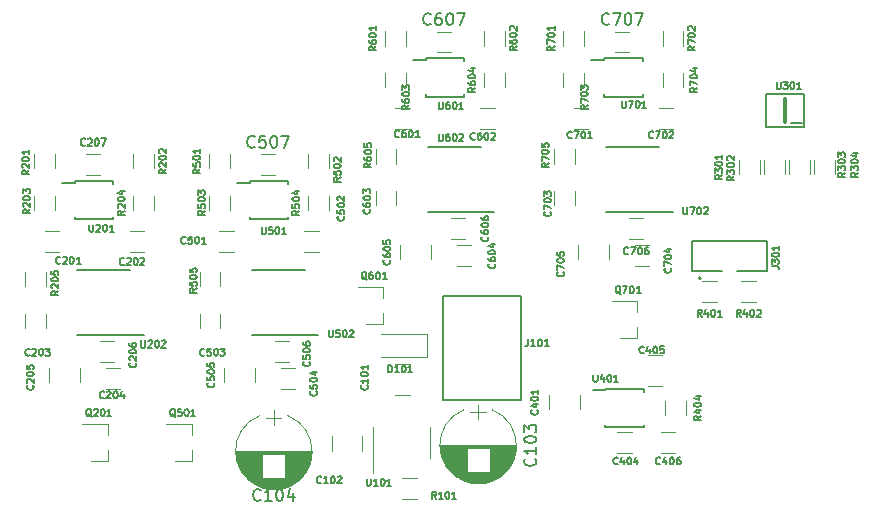
<source format=gto>
G04 #@! TF.GenerationSoftware,KiCad,Pcbnew,(5.0.0-rc2-dev-70-g2da7199a3)*
G04 #@! TF.CreationDate,2018-03-19T21:57:51-04:00*
G04 #@! TF.ProjectId,analog,616E616C6F672E6B696361645F706362,rev?*
G04 #@! TF.SameCoordinates,Original*
G04 #@! TF.FileFunction,Legend,Top*
G04 #@! TF.FilePolarity,Positive*
%FSLAX46Y46*%
G04 Gerber Fmt 4.6, Leading zero omitted, Abs format (unit mm)*
G04 Created by KiCad (PCBNEW (5.0.0-rc2-dev-70-g2da7199a3)) date 03/19/18 21:57:51*
%MOMM*%
%LPD*%
G01*
G04 APERTURE LIST*
%ADD10C,0.120000*%
%ADD11C,0.150000*%
%ADD12C,0.350000*%
%ADD13C,0.200000*%
G04 APERTURE END LIST*
D10*
X40479136Y-42067820D02*
G75*
G03X40480000Y-36032518I-1179136J3017820D01*
G01*
X38120864Y-42067820D02*
G75*
G02X38120000Y-36032518I1179136J3017820D01*
G01*
X38120864Y-42067820D02*
G75*
G03X40480000Y-42067482I1179136J3017820D01*
G01*
X42500000Y-39050000D02*
X36100000Y-39050000D01*
X42500000Y-39090000D02*
X36100000Y-39090000D01*
X42500000Y-39130000D02*
X36100000Y-39130000D01*
X42498000Y-39170000D02*
X36102000Y-39170000D01*
X42497000Y-39210000D02*
X36103000Y-39210000D01*
X42494000Y-39250000D02*
X36106000Y-39250000D01*
X42492000Y-39290000D02*
X36108000Y-39290000D01*
X42488000Y-39330000D02*
X40280000Y-39330000D01*
X38320000Y-39330000D02*
X36112000Y-39330000D01*
X42485000Y-39370000D02*
X40280000Y-39370000D01*
X38320000Y-39370000D02*
X36115000Y-39370000D01*
X42480000Y-39410000D02*
X40280000Y-39410000D01*
X38320000Y-39410000D02*
X36120000Y-39410000D01*
X42476000Y-39450000D02*
X40280000Y-39450000D01*
X38320000Y-39450000D02*
X36124000Y-39450000D01*
X42470000Y-39490000D02*
X40280000Y-39490000D01*
X38320000Y-39490000D02*
X36130000Y-39490000D01*
X42465000Y-39530000D02*
X40280000Y-39530000D01*
X38320000Y-39530000D02*
X36135000Y-39530000D01*
X42458000Y-39570000D02*
X40280000Y-39570000D01*
X38320000Y-39570000D02*
X36142000Y-39570000D01*
X42452000Y-39610000D02*
X40280000Y-39610000D01*
X38320000Y-39610000D02*
X36148000Y-39610000D01*
X42444000Y-39650000D02*
X40280000Y-39650000D01*
X38320000Y-39650000D02*
X36156000Y-39650000D01*
X42437000Y-39690000D02*
X40280000Y-39690000D01*
X38320000Y-39690000D02*
X36163000Y-39690000D01*
X42428000Y-39730000D02*
X40280000Y-39730000D01*
X38320000Y-39730000D02*
X36172000Y-39730000D01*
X42419000Y-39771000D02*
X40280000Y-39771000D01*
X38320000Y-39771000D02*
X36181000Y-39771000D01*
X42410000Y-39811000D02*
X40280000Y-39811000D01*
X38320000Y-39811000D02*
X36190000Y-39811000D01*
X42400000Y-39851000D02*
X40280000Y-39851000D01*
X38320000Y-39851000D02*
X36200000Y-39851000D01*
X42390000Y-39891000D02*
X40280000Y-39891000D01*
X38320000Y-39891000D02*
X36210000Y-39891000D01*
X42379000Y-39931000D02*
X40280000Y-39931000D01*
X38320000Y-39931000D02*
X36221000Y-39931000D01*
X42367000Y-39971000D02*
X40280000Y-39971000D01*
X38320000Y-39971000D02*
X36233000Y-39971000D01*
X42355000Y-40011000D02*
X40280000Y-40011000D01*
X38320000Y-40011000D02*
X36245000Y-40011000D01*
X42342000Y-40051000D02*
X40280000Y-40051000D01*
X38320000Y-40051000D02*
X36258000Y-40051000D01*
X42329000Y-40091000D02*
X40280000Y-40091000D01*
X38320000Y-40091000D02*
X36271000Y-40091000D01*
X42315000Y-40131000D02*
X40280000Y-40131000D01*
X38320000Y-40131000D02*
X36285000Y-40131000D01*
X42301000Y-40171000D02*
X40280000Y-40171000D01*
X38320000Y-40171000D02*
X36299000Y-40171000D01*
X42286000Y-40211000D02*
X40280000Y-40211000D01*
X38320000Y-40211000D02*
X36314000Y-40211000D01*
X42270000Y-40251000D02*
X40280000Y-40251000D01*
X38320000Y-40251000D02*
X36330000Y-40251000D01*
X42254000Y-40291000D02*
X40280000Y-40291000D01*
X38320000Y-40291000D02*
X36346000Y-40291000D01*
X42237000Y-40331000D02*
X40280000Y-40331000D01*
X38320000Y-40331000D02*
X36363000Y-40331000D01*
X42219000Y-40371000D02*
X40280000Y-40371000D01*
X38320000Y-40371000D02*
X36381000Y-40371000D01*
X42201000Y-40411000D02*
X40280000Y-40411000D01*
X38320000Y-40411000D02*
X36399000Y-40411000D01*
X42182000Y-40451000D02*
X40280000Y-40451000D01*
X38320000Y-40451000D02*
X36418000Y-40451000D01*
X42163000Y-40491000D02*
X40280000Y-40491000D01*
X38320000Y-40491000D02*
X36437000Y-40491000D01*
X42143000Y-40531000D02*
X40280000Y-40531000D01*
X38320000Y-40531000D02*
X36457000Y-40531000D01*
X42122000Y-40571000D02*
X40280000Y-40571000D01*
X38320000Y-40571000D02*
X36478000Y-40571000D01*
X42100000Y-40611000D02*
X40280000Y-40611000D01*
X38320000Y-40611000D02*
X36500000Y-40611000D01*
X42078000Y-40651000D02*
X40280000Y-40651000D01*
X38320000Y-40651000D02*
X36522000Y-40651000D01*
X42055000Y-40691000D02*
X40280000Y-40691000D01*
X38320000Y-40691000D02*
X36545000Y-40691000D01*
X42031000Y-40731000D02*
X40280000Y-40731000D01*
X38320000Y-40731000D02*
X36569000Y-40731000D01*
X42006000Y-40771000D02*
X40280000Y-40771000D01*
X38320000Y-40771000D02*
X36594000Y-40771000D01*
X41981000Y-40811000D02*
X40280000Y-40811000D01*
X38320000Y-40811000D02*
X36619000Y-40811000D01*
X41954000Y-40851000D02*
X40280000Y-40851000D01*
X38320000Y-40851000D02*
X36646000Y-40851000D01*
X41927000Y-40891000D02*
X40280000Y-40891000D01*
X38320000Y-40891000D02*
X36673000Y-40891000D01*
X41899000Y-40931000D02*
X40280000Y-40931000D01*
X38320000Y-40931000D02*
X36701000Y-40931000D01*
X41870000Y-40971000D02*
X40280000Y-40971000D01*
X38320000Y-40971000D02*
X36730000Y-40971000D01*
X41840000Y-41011000D02*
X40280000Y-41011000D01*
X38320000Y-41011000D02*
X36760000Y-41011000D01*
X41810000Y-41051000D02*
X40280000Y-41051000D01*
X38320000Y-41051000D02*
X36790000Y-41051000D01*
X41778000Y-41091000D02*
X40280000Y-41091000D01*
X38320000Y-41091000D02*
X36822000Y-41091000D01*
X41745000Y-41131000D02*
X40280000Y-41131000D01*
X38320000Y-41131000D02*
X36855000Y-41131000D01*
X41711000Y-41171000D02*
X40280000Y-41171000D01*
X38320000Y-41171000D02*
X36889000Y-41171000D01*
X41675000Y-41211000D02*
X40280000Y-41211000D01*
X38320000Y-41211000D02*
X36925000Y-41211000D01*
X41639000Y-41251000D02*
X40280000Y-41251000D01*
X38320000Y-41251000D02*
X36961000Y-41251000D01*
X41601000Y-41291000D02*
X36999000Y-41291000D01*
X41562000Y-41331000D02*
X37038000Y-41331000D01*
X41522000Y-41371000D02*
X37078000Y-41371000D01*
X41480000Y-41411000D02*
X37120000Y-41411000D01*
X41437000Y-41451000D02*
X37163000Y-41451000D01*
X41392000Y-41491000D02*
X37208000Y-41491000D01*
X41345000Y-41531000D02*
X37255000Y-41531000D01*
X41297000Y-41571000D02*
X37303000Y-41571000D01*
X41246000Y-41611000D02*
X37354000Y-41611000D01*
X41194000Y-41651000D02*
X37406000Y-41651000D01*
X41139000Y-41691000D02*
X37461000Y-41691000D01*
X41081000Y-41731000D02*
X37519000Y-41731000D01*
X41021000Y-41771000D02*
X37579000Y-41771000D01*
X40958000Y-41811000D02*
X37642000Y-41811000D01*
X40891000Y-41851000D02*
X37709000Y-41851000D01*
X40820000Y-41891000D02*
X37780000Y-41891000D01*
X40745000Y-41931000D02*
X37855000Y-41931000D01*
X40664000Y-41971000D02*
X37936000Y-41971000D01*
X40578000Y-42011000D02*
X38022000Y-42011000D01*
X40484000Y-42051000D02*
X38116000Y-42051000D01*
X40381000Y-42091000D02*
X38219000Y-42091000D01*
X40266000Y-42131000D02*
X38334000Y-42131000D01*
X40134000Y-42171000D02*
X38466000Y-42171000D01*
X39976000Y-42211000D02*
X38624000Y-42211000D01*
X39768000Y-42251000D02*
X38832000Y-42251000D01*
X39300000Y-35600000D02*
X39300000Y-36800000D01*
X39950000Y-36200000D02*
X38650000Y-36200000D01*
X22650000Y-36700000D02*
X21350000Y-36700000D01*
X22000000Y-36100000D02*
X22000000Y-37300000D01*
X22468000Y-42751000D02*
X21532000Y-42751000D01*
X22676000Y-42711000D02*
X21324000Y-42711000D01*
X22834000Y-42671000D02*
X21166000Y-42671000D01*
X22966000Y-42631000D02*
X21034000Y-42631000D01*
X23081000Y-42591000D02*
X20919000Y-42591000D01*
X23184000Y-42551000D02*
X20816000Y-42551000D01*
X23278000Y-42511000D02*
X20722000Y-42511000D01*
X23364000Y-42471000D02*
X20636000Y-42471000D01*
X23445000Y-42431000D02*
X20555000Y-42431000D01*
X23520000Y-42391000D02*
X20480000Y-42391000D01*
X23591000Y-42351000D02*
X20409000Y-42351000D01*
X23658000Y-42311000D02*
X20342000Y-42311000D01*
X23721000Y-42271000D02*
X20279000Y-42271000D01*
X23781000Y-42231000D02*
X20219000Y-42231000D01*
X23839000Y-42191000D02*
X20161000Y-42191000D01*
X23894000Y-42151000D02*
X20106000Y-42151000D01*
X23946000Y-42111000D02*
X20054000Y-42111000D01*
X23997000Y-42071000D02*
X20003000Y-42071000D01*
X24045000Y-42031000D02*
X19955000Y-42031000D01*
X24092000Y-41991000D02*
X19908000Y-41991000D01*
X24137000Y-41951000D02*
X19863000Y-41951000D01*
X24180000Y-41911000D02*
X19820000Y-41911000D01*
X24222000Y-41871000D02*
X19778000Y-41871000D01*
X24262000Y-41831000D02*
X19738000Y-41831000D01*
X24301000Y-41791000D02*
X19699000Y-41791000D01*
X21020000Y-41751000D02*
X19661000Y-41751000D01*
X24339000Y-41751000D02*
X22980000Y-41751000D01*
X21020000Y-41711000D02*
X19625000Y-41711000D01*
X24375000Y-41711000D02*
X22980000Y-41711000D01*
X21020000Y-41671000D02*
X19589000Y-41671000D01*
X24411000Y-41671000D02*
X22980000Y-41671000D01*
X21020000Y-41631000D02*
X19555000Y-41631000D01*
X24445000Y-41631000D02*
X22980000Y-41631000D01*
X21020000Y-41591000D02*
X19522000Y-41591000D01*
X24478000Y-41591000D02*
X22980000Y-41591000D01*
X21020000Y-41551000D02*
X19490000Y-41551000D01*
X24510000Y-41551000D02*
X22980000Y-41551000D01*
X21020000Y-41511000D02*
X19460000Y-41511000D01*
X24540000Y-41511000D02*
X22980000Y-41511000D01*
X21020000Y-41471000D02*
X19430000Y-41471000D01*
X24570000Y-41471000D02*
X22980000Y-41471000D01*
X21020000Y-41431000D02*
X19401000Y-41431000D01*
X24599000Y-41431000D02*
X22980000Y-41431000D01*
X21020000Y-41391000D02*
X19373000Y-41391000D01*
X24627000Y-41391000D02*
X22980000Y-41391000D01*
X21020000Y-41351000D02*
X19346000Y-41351000D01*
X24654000Y-41351000D02*
X22980000Y-41351000D01*
X21020000Y-41311000D02*
X19319000Y-41311000D01*
X24681000Y-41311000D02*
X22980000Y-41311000D01*
X21020000Y-41271000D02*
X19294000Y-41271000D01*
X24706000Y-41271000D02*
X22980000Y-41271000D01*
X21020000Y-41231000D02*
X19269000Y-41231000D01*
X24731000Y-41231000D02*
X22980000Y-41231000D01*
X21020000Y-41191000D02*
X19245000Y-41191000D01*
X24755000Y-41191000D02*
X22980000Y-41191000D01*
X21020000Y-41151000D02*
X19222000Y-41151000D01*
X24778000Y-41151000D02*
X22980000Y-41151000D01*
X21020000Y-41111000D02*
X19200000Y-41111000D01*
X24800000Y-41111000D02*
X22980000Y-41111000D01*
X21020000Y-41071000D02*
X19178000Y-41071000D01*
X24822000Y-41071000D02*
X22980000Y-41071000D01*
X21020000Y-41031000D02*
X19157000Y-41031000D01*
X24843000Y-41031000D02*
X22980000Y-41031000D01*
X21020000Y-40991000D02*
X19137000Y-40991000D01*
X24863000Y-40991000D02*
X22980000Y-40991000D01*
X21020000Y-40951000D02*
X19118000Y-40951000D01*
X24882000Y-40951000D02*
X22980000Y-40951000D01*
X21020000Y-40911000D02*
X19099000Y-40911000D01*
X24901000Y-40911000D02*
X22980000Y-40911000D01*
X21020000Y-40871000D02*
X19081000Y-40871000D01*
X24919000Y-40871000D02*
X22980000Y-40871000D01*
X21020000Y-40831000D02*
X19063000Y-40831000D01*
X24937000Y-40831000D02*
X22980000Y-40831000D01*
X21020000Y-40791000D02*
X19046000Y-40791000D01*
X24954000Y-40791000D02*
X22980000Y-40791000D01*
X21020000Y-40751000D02*
X19030000Y-40751000D01*
X24970000Y-40751000D02*
X22980000Y-40751000D01*
X21020000Y-40711000D02*
X19014000Y-40711000D01*
X24986000Y-40711000D02*
X22980000Y-40711000D01*
X21020000Y-40671000D02*
X18999000Y-40671000D01*
X25001000Y-40671000D02*
X22980000Y-40671000D01*
X21020000Y-40631000D02*
X18985000Y-40631000D01*
X25015000Y-40631000D02*
X22980000Y-40631000D01*
X21020000Y-40591000D02*
X18971000Y-40591000D01*
X25029000Y-40591000D02*
X22980000Y-40591000D01*
X21020000Y-40551000D02*
X18958000Y-40551000D01*
X25042000Y-40551000D02*
X22980000Y-40551000D01*
X21020000Y-40511000D02*
X18945000Y-40511000D01*
X25055000Y-40511000D02*
X22980000Y-40511000D01*
X21020000Y-40471000D02*
X18933000Y-40471000D01*
X25067000Y-40471000D02*
X22980000Y-40471000D01*
X21020000Y-40431000D02*
X18921000Y-40431000D01*
X25079000Y-40431000D02*
X22980000Y-40431000D01*
X21020000Y-40391000D02*
X18910000Y-40391000D01*
X25090000Y-40391000D02*
X22980000Y-40391000D01*
X21020000Y-40351000D02*
X18900000Y-40351000D01*
X25100000Y-40351000D02*
X22980000Y-40351000D01*
X21020000Y-40311000D02*
X18890000Y-40311000D01*
X25110000Y-40311000D02*
X22980000Y-40311000D01*
X21020000Y-40271000D02*
X18881000Y-40271000D01*
X25119000Y-40271000D02*
X22980000Y-40271000D01*
X21020000Y-40230000D02*
X18872000Y-40230000D01*
X25128000Y-40230000D02*
X22980000Y-40230000D01*
X21020000Y-40190000D02*
X18863000Y-40190000D01*
X25137000Y-40190000D02*
X22980000Y-40190000D01*
X21020000Y-40150000D02*
X18856000Y-40150000D01*
X25144000Y-40150000D02*
X22980000Y-40150000D01*
X21020000Y-40110000D02*
X18848000Y-40110000D01*
X25152000Y-40110000D02*
X22980000Y-40110000D01*
X21020000Y-40070000D02*
X18842000Y-40070000D01*
X25158000Y-40070000D02*
X22980000Y-40070000D01*
X21020000Y-40030000D02*
X18835000Y-40030000D01*
X25165000Y-40030000D02*
X22980000Y-40030000D01*
X21020000Y-39990000D02*
X18830000Y-39990000D01*
X25170000Y-39990000D02*
X22980000Y-39990000D01*
X21020000Y-39950000D02*
X18824000Y-39950000D01*
X25176000Y-39950000D02*
X22980000Y-39950000D01*
X21020000Y-39910000D02*
X18820000Y-39910000D01*
X25180000Y-39910000D02*
X22980000Y-39910000D01*
X21020000Y-39870000D02*
X18815000Y-39870000D01*
X25185000Y-39870000D02*
X22980000Y-39870000D01*
X21020000Y-39830000D02*
X18812000Y-39830000D01*
X25188000Y-39830000D02*
X22980000Y-39830000D01*
X25192000Y-39790000D02*
X18808000Y-39790000D01*
X25194000Y-39750000D02*
X18806000Y-39750000D01*
X25197000Y-39710000D02*
X18803000Y-39710000D01*
X25198000Y-39670000D02*
X18802000Y-39670000D01*
X25200000Y-39630000D02*
X18800000Y-39630000D01*
X25200000Y-39590000D02*
X18800000Y-39590000D01*
X25200000Y-39550000D02*
X18800000Y-39550000D01*
X20820864Y-42567820D02*
G75*
G03X23180000Y-42567482I1179136J3017820D01*
G01*
X20820864Y-42567820D02*
G75*
G02X20820000Y-36532518I1179136J3017820D01*
G01*
X23179136Y-42567820D02*
G75*
G03X23180000Y-36532518I-1179136J3017820D01*
G01*
D11*
X50075000Y-34400000D02*
X49000000Y-34400000D01*
X50075000Y-37525000D02*
X53325000Y-37525000D01*
X50075000Y-34275000D02*
X53325000Y-34275000D01*
X50075000Y-37525000D02*
X50075000Y-37300000D01*
X53325000Y-37525000D02*
X53325000Y-37300000D01*
X53325000Y-34275000D02*
X53325000Y-34500000D01*
X50075000Y-34275000D02*
X50075000Y-34400000D01*
X5175000Y-16800000D02*
X4100000Y-16800000D01*
X5175000Y-19925000D02*
X8425000Y-19925000D01*
X5175000Y-16675000D02*
X8425000Y-16675000D01*
X5175000Y-19925000D02*
X5175000Y-19700000D01*
X8425000Y-19925000D02*
X8425000Y-19700000D01*
X8425000Y-16675000D02*
X8425000Y-16900000D01*
X5175000Y-16675000D02*
X5175000Y-16800000D01*
D10*
X7800000Y-32520000D02*
X9000000Y-32520000D01*
X9000000Y-34280000D02*
X7800000Y-34280000D01*
X50900000Y-4020000D02*
X52100000Y-4020000D01*
X52100000Y-5780000D02*
X50900000Y-5780000D01*
X37000000Y-5780000D02*
X35800000Y-5780000D01*
X35800000Y-4020000D02*
X37000000Y-4020000D01*
X20900000Y-14420000D02*
X22100000Y-14420000D01*
X22100000Y-16180000D02*
X20900000Y-16180000D01*
X7300000Y-16180000D02*
X6100000Y-16180000D01*
X6100000Y-14420000D02*
X7300000Y-14420000D01*
X11880000Y-17900000D02*
X11880000Y-19100000D01*
X10120000Y-19100000D02*
X10120000Y-17900000D01*
X920000Y-25600000D02*
X920000Y-24400000D01*
X2680000Y-24400000D02*
X2680000Y-25600000D01*
X22100000Y-30220000D02*
X23300000Y-30220000D01*
X23300000Y-31980000D02*
X22100000Y-31980000D01*
X53300000Y-21580000D02*
X52100000Y-21580000D01*
X52100000Y-19820000D02*
X53300000Y-19820000D01*
X54600000Y-10520000D02*
X55800000Y-10520000D01*
X55800000Y-12280000D02*
X54600000Y-12280000D01*
X38200000Y-21580000D02*
X37000000Y-21580000D01*
X37000000Y-19820000D02*
X38200000Y-19820000D01*
X39500000Y-10520000D02*
X40700000Y-10520000D01*
X40700000Y-12280000D02*
X39500000Y-12280000D01*
X25800000Y-22680000D02*
X24600000Y-22680000D01*
X24600000Y-20920000D02*
X25800000Y-20920000D01*
X56680000Y-7500000D02*
X56680000Y-8700000D01*
X54920000Y-8700000D02*
X54920000Y-7500000D01*
X47480000Y-14000000D02*
X47480000Y-15200000D01*
X45720000Y-15200000D02*
X45720000Y-14000000D01*
X51100000Y-37920000D02*
X52300000Y-37920000D01*
X52300000Y-39680000D02*
X51100000Y-39680000D01*
X8500000Y-31980000D02*
X7300000Y-31980000D01*
X7300000Y-30220000D02*
X8500000Y-30220000D01*
X26680000Y-17900000D02*
X26680000Y-19100000D01*
X24920000Y-19100000D02*
X24920000Y-17900000D01*
X17480000Y-24400000D02*
X17480000Y-25600000D01*
X15720000Y-25600000D02*
X15720000Y-24400000D01*
X41580000Y-7500000D02*
X41580000Y-8700000D01*
X39820000Y-8700000D02*
X39820000Y-7500000D01*
X32380000Y-14000000D02*
X32380000Y-15200000D01*
X30620000Y-15200000D02*
X30620000Y-14000000D01*
X9800000Y-20920000D02*
X11000000Y-20920000D01*
X11000000Y-22680000D02*
X9800000Y-22680000D01*
X17800000Y-33700000D02*
X17800000Y-32500000D01*
X20400000Y-32500000D02*
X20400000Y-33700000D01*
X5600000Y-32500000D02*
X5600000Y-33700000D01*
X3000000Y-33700000D02*
X3000000Y-32500000D01*
X53700000Y-31400000D02*
X54900000Y-31400000D01*
X54900000Y-34000000D02*
X53700000Y-34000000D01*
X35300000Y-22100000D02*
X35300000Y-23300000D01*
X32700000Y-23300000D02*
X32700000Y-22100000D01*
X47800000Y-23300000D02*
X47800000Y-22100000D01*
X50400000Y-22100000D02*
X50400000Y-23300000D01*
D11*
X25775000Y-29725000D02*
X20150000Y-29725000D01*
X24650000Y-24175000D02*
X20150000Y-24175000D01*
X39550000Y-13775000D02*
X35050000Y-13775000D01*
X40675000Y-19325000D02*
X35050000Y-19325000D01*
X55775000Y-19325000D02*
X50150000Y-19325000D01*
X54650000Y-13775000D02*
X50150000Y-13775000D01*
X9850000Y-24175000D02*
X5350000Y-24175000D01*
X10975000Y-29725000D02*
X5350000Y-29725000D01*
X19975000Y-16675000D02*
X19975000Y-16800000D01*
X23225000Y-16675000D02*
X23225000Y-16900000D01*
X23225000Y-19925000D02*
X23225000Y-19700000D01*
X19975000Y-19925000D02*
X19975000Y-19700000D01*
X19975000Y-16675000D02*
X23225000Y-16675000D01*
X19975000Y-19925000D02*
X23225000Y-19925000D01*
X19975000Y-16800000D02*
X18900000Y-16800000D01*
X34875000Y-6400000D02*
X33800000Y-6400000D01*
X34875000Y-9525000D02*
X38125000Y-9525000D01*
X34875000Y-6275000D02*
X38125000Y-6275000D01*
X34875000Y-9525000D02*
X34875000Y-9300000D01*
X38125000Y-9525000D02*
X38125000Y-9300000D01*
X38125000Y-6275000D02*
X38125000Y-6500000D01*
X34875000Y-6275000D02*
X34875000Y-6400000D01*
X49975000Y-6275000D02*
X49975000Y-6400000D01*
X53225000Y-6275000D02*
X53225000Y-6500000D01*
X53225000Y-9525000D02*
X53225000Y-9300000D01*
X49975000Y-9525000D02*
X49975000Y-9300000D01*
X49975000Y-6275000D02*
X53225000Y-6275000D01*
X49975000Y-9525000D02*
X53225000Y-9525000D01*
X49975000Y-6400000D02*
X48900000Y-6400000D01*
X36300000Y-26400000D02*
X36300000Y-35200000D01*
X42900000Y-26400000D02*
X36300000Y-26400000D01*
X42900000Y-35200000D02*
X42900000Y-26400000D01*
X36300000Y-35200000D02*
X42900000Y-35200000D01*
D10*
X34950000Y-31600000D02*
X34950000Y-29600000D01*
X34950000Y-29600000D02*
X31050000Y-29600000D01*
X34950000Y-31600000D02*
X31050000Y-31600000D01*
X67380000Y-14900000D02*
X67380000Y-16100000D01*
X65620000Y-16100000D02*
X65620000Y-14900000D01*
X61420000Y-16100000D02*
X61420000Y-14900000D01*
X63180000Y-14900000D02*
X63180000Y-16100000D01*
X65280000Y-14900000D02*
X65280000Y-16100000D01*
X63520000Y-16100000D02*
X63520000Y-14900000D01*
X67720000Y-16100000D02*
X67720000Y-14900000D01*
X69480000Y-14900000D02*
X69480000Y-16100000D01*
X32380000Y-17500000D02*
X32380000Y-18700000D01*
X30620000Y-18700000D02*
X30620000Y-17500000D01*
X2600000Y-20920000D02*
X3800000Y-20920000D01*
X3800000Y-22680000D02*
X2600000Y-22680000D01*
X53800000Y-23880000D02*
X52600000Y-23880000D01*
X52600000Y-22120000D02*
X53800000Y-22120000D01*
X45720000Y-18700000D02*
X45720000Y-17500000D01*
X47480000Y-17500000D02*
X47480000Y-18700000D01*
X32900000Y-41820000D02*
X34100000Y-41820000D01*
X34100000Y-43580000D02*
X32900000Y-43580000D01*
X38700000Y-23880000D02*
X37500000Y-23880000D01*
X37500000Y-22120000D02*
X38700000Y-22120000D01*
X32300000Y-10520000D02*
X33500000Y-10520000D01*
X33500000Y-12280000D02*
X32300000Y-12280000D01*
X23800000Y-34280000D02*
X22600000Y-34280000D01*
X22600000Y-32520000D02*
X23800000Y-32520000D01*
X15720000Y-29100000D02*
X15720000Y-27900000D01*
X17480000Y-27900000D02*
X17480000Y-29100000D01*
X56000000Y-39680000D02*
X54800000Y-39680000D01*
X54800000Y-37920000D02*
X56000000Y-37920000D01*
X31420000Y-8700000D02*
X31420000Y-7500000D01*
X33180000Y-7500000D02*
X33180000Y-8700000D01*
X47400000Y-10520000D02*
X48600000Y-10520000D01*
X48600000Y-12280000D02*
X47400000Y-12280000D01*
X62800000Y-26880000D02*
X61600000Y-26880000D01*
X61600000Y-25120000D02*
X62800000Y-25120000D01*
X56680000Y-4000000D02*
X56680000Y-5200000D01*
X54920000Y-5200000D02*
X54920000Y-4000000D01*
X39820000Y-5200000D02*
X39820000Y-4000000D01*
X41580000Y-4000000D02*
X41580000Y-5200000D01*
X33180000Y-4000000D02*
X33180000Y-5200000D01*
X31420000Y-5200000D02*
X31420000Y-4000000D01*
X18280000Y-17900000D02*
X18280000Y-19100000D01*
X16520000Y-19100000D02*
X16520000Y-17900000D01*
X26680000Y-14400000D02*
X26680000Y-15600000D01*
X24920000Y-15600000D02*
X24920000Y-14400000D01*
X16520000Y-15600000D02*
X16520000Y-14400000D01*
X18280000Y-14400000D02*
X18280000Y-15600000D01*
X55120000Y-36500000D02*
X55120000Y-35300000D01*
X56880000Y-35300000D02*
X56880000Y-36500000D01*
X58300000Y-25120000D02*
X59500000Y-25120000D01*
X59500000Y-26880000D02*
X58300000Y-26880000D01*
X48280000Y-7500000D02*
X48280000Y-8700000D01*
X46520000Y-8700000D02*
X46520000Y-7500000D01*
X2680000Y-27900000D02*
X2680000Y-29100000D01*
X920000Y-29100000D02*
X920000Y-27900000D01*
X17400000Y-20920000D02*
X18600000Y-20920000D01*
X18600000Y-22680000D02*
X17400000Y-22680000D01*
X1720000Y-19100000D02*
X1720000Y-17900000D01*
X3480000Y-17900000D02*
X3480000Y-19100000D01*
X10120000Y-15600000D02*
X10120000Y-14400000D01*
X11880000Y-14400000D02*
X11880000Y-15600000D01*
X1720000Y-15600000D02*
X1720000Y-14400000D01*
X3480000Y-14400000D02*
X3480000Y-15600000D01*
X46520000Y-5200000D02*
X46520000Y-4000000D01*
X48280000Y-4000000D02*
X48280000Y-5200000D01*
X47900000Y-34800000D02*
X47900000Y-36000000D01*
X45300000Y-36000000D02*
X45300000Y-34800000D01*
X32300000Y-32200000D02*
X33500000Y-32200000D01*
X33500000Y-34800000D02*
X32300000Y-34800000D01*
X26900000Y-39500000D02*
X26900000Y-38300000D01*
X29500000Y-38300000D02*
X29500000Y-39500000D01*
D12*
X65300000Y-11700000D02*
X65300000Y-9700000D01*
D11*
X66700000Y-11800000D02*
X65800000Y-11800000D01*
D13*
X66900000Y-9300000D02*
X66900000Y-12100000D01*
X63700000Y-9300000D02*
X66900000Y-9300000D01*
X63700000Y-12100000D02*
X63700000Y-9300000D01*
X66900000Y-12100000D02*
X63700000Y-12100000D01*
D10*
X7960000Y-40380000D02*
X7960000Y-39450000D01*
X7960000Y-37220000D02*
X7960000Y-38150000D01*
X7960000Y-37220000D02*
X5800000Y-37220000D01*
X7960000Y-40380000D02*
X6500000Y-40380000D01*
X15060000Y-40380000D02*
X13600000Y-40380000D01*
X15060000Y-37220000D02*
X12900000Y-37220000D01*
X15060000Y-37220000D02*
X15060000Y-38150000D01*
X15060000Y-40380000D02*
X15060000Y-39450000D01*
X31260000Y-28780000D02*
X31260000Y-27850000D01*
X31260000Y-25620000D02*
X31260000Y-26550000D01*
X31260000Y-25620000D02*
X29100000Y-25620000D01*
X31260000Y-28780000D02*
X29800000Y-28780000D01*
X52760000Y-29980000D02*
X51300000Y-29980000D01*
X52760000Y-26820000D02*
X50600000Y-26820000D01*
X52760000Y-26820000D02*
X52760000Y-27750000D01*
X52760000Y-29980000D02*
X52760000Y-29050000D01*
X30400000Y-41400000D02*
X30400000Y-37500000D01*
X35200000Y-37500000D02*
X35200000Y-40100000D01*
D11*
X63775000Y-24270000D02*
X61235000Y-24270000D01*
X63775000Y-21730000D02*
X63775000Y-24270000D01*
X57425000Y-21730000D02*
X63775000Y-21730000D01*
X57425000Y-24270000D02*
X57425000Y-21730000D01*
X59965000Y-24270000D02*
X57425000Y-24270000D01*
X58162265Y-24905000D02*
G75*
G03X58162265Y-24905000I-102265J0D01*
G01*
X44117142Y-40169047D02*
X44164761Y-40216666D01*
X44212380Y-40359523D01*
X44212380Y-40454761D01*
X44164761Y-40597619D01*
X44069523Y-40692857D01*
X43974285Y-40740476D01*
X43783809Y-40788095D01*
X43640952Y-40788095D01*
X43450476Y-40740476D01*
X43355238Y-40692857D01*
X43260000Y-40597619D01*
X43212380Y-40454761D01*
X43212380Y-40359523D01*
X43260000Y-40216666D01*
X43307619Y-40169047D01*
X44212380Y-39216666D02*
X44212380Y-39788095D01*
X44212380Y-39502380D02*
X43212380Y-39502380D01*
X43355238Y-39597619D01*
X43450476Y-39692857D01*
X43498095Y-39788095D01*
X43212380Y-38597619D02*
X43212380Y-38502380D01*
X43260000Y-38407142D01*
X43307619Y-38359523D01*
X43402857Y-38311904D01*
X43593333Y-38264285D01*
X43831428Y-38264285D01*
X44021904Y-38311904D01*
X44117142Y-38359523D01*
X44164761Y-38407142D01*
X44212380Y-38502380D01*
X44212380Y-38597619D01*
X44164761Y-38692857D01*
X44117142Y-38740476D01*
X44021904Y-38788095D01*
X43831428Y-38835714D01*
X43593333Y-38835714D01*
X43402857Y-38788095D01*
X43307619Y-38740476D01*
X43260000Y-38692857D01*
X43212380Y-38597619D01*
X43212380Y-37930952D02*
X43212380Y-37311904D01*
X43593333Y-37645238D01*
X43593333Y-37502380D01*
X43640952Y-37407142D01*
X43688571Y-37359523D01*
X43783809Y-37311904D01*
X44021904Y-37311904D01*
X44117142Y-37359523D01*
X44164761Y-37407142D01*
X44212380Y-37502380D01*
X44212380Y-37788095D01*
X44164761Y-37883333D01*
X44117142Y-37930952D01*
X20880952Y-43657142D02*
X20833333Y-43704761D01*
X20690476Y-43752380D01*
X20595238Y-43752380D01*
X20452380Y-43704761D01*
X20357142Y-43609523D01*
X20309523Y-43514285D01*
X20261904Y-43323809D01*
X20261904Y-43180952D01*
X20309523Y-42990476D01*
X20357142Y-42895238D01*
X20452380Y-42800000D01*
X20595238Y-42752380D01*
X20690476Y-42752380D01*
X20833333Y-42800000D01*
X20880952Y-42847619D01*
X21833333Y-43752380D02*
X21261904Y-43752380D01*
X21547619Y-43752380D02*
X21547619Y-42752380D01*
X21452380Y-42895238D01*
X21357142Y-42990476D01*
X21261904Y-43038095D01*
X22452380Y-42752380D02*
X22547619Y-42752380D01*
X22642857Y-42800000D01*
X22690476Y-42847619D01*
X22738095Y-42942857D01*
X22785714Y-43133333D01*
X22785714Y-43371428D01*
X22738095Y-43561904D01*
X22690476Y-43657142D01*
X22642857Y-43704761D01*
X22547619Y-43752380D01*
X22452380Y-43752380D01*
X22357142Y-43704761D01*
X22309523Y-43657142D01*
X22261904Y-43561904D01*
X22214285Y-43371428D01*
X22214285Y-43133333D01*
X22261904Y-42942857D01*
X22309523Y-42847619D01*
X22357142Y-42800000D01*
X22452380Y-42752380D01*
X23642857Y-43085714D02*
X23642857Y-43752380D01*
X23404761Y-42704761D02*
X23166666Y-43419047D01*
X23785714Y-43419047D01*
X49071428Y-33071428D02*
X49071428Y-33557142D01*
X49100000Y-33614285D01*
X49128571Y-33642857D01*
X49185714Y-33671428D01*
X49300000Y-33671428D01*
X49357142Y-33642857D01*
X49385714Y-33614285D01*
X49414285Y-33557142D01*
X49414285Y-33071428D01*
X49957142Y-33271428D02*
X49957142Y-33671428D01*
X49814285Y-33042857D02*
X49671428Y-33471428D01*
X50042857Y-33471428D01*
X50385714Y-33071428D02*
X50442857Y-33071428D01*
X50500000Y-33100000D01*
X50528571Y-33128571D01*
X50557142Y-33185714D01*
X50585714Y-33300000D01*
X50585714Y-33442857D01*
X50557142Y-33557142D01*
X50528571Y-33614285D01*
X50500000Y-33642857D01*
X50442857Y-33671428D01*
X50385714Y-33671428D01*
X50328571Y-33642857D01*
X50300000Y-33614285D01*
X50271428Y-33557142D01*
X50242857Y-33442857D01*
X50242857Y-33300000D01*
X50271428Y-33185714D01*
X50300000Y-33128571D01*
X50328571Y-33100000D01*
X50385714Y-33071428D01*
X51157142Y-33671428D02*
X50814285Y-33671428D01*
X50985714Y-33671428D02*
X50985714Y-33071428D01*
X50928571Y-33157142D01*
X50871428Y-33214285D01*
X50814285Y-33242857D01*
X6371428Y-20371428D02*
X6371428Y-20857142D01*
X6400000Y-20914285D01*
X6428571Y-20942857D01*
X6485714Y-20971428D01*
X6600000Y-20971428D01*
X6657142Y-20942857D01*
X6685714Y-20914285D01*
X6714285Y-20857142D01*
X6714285Y-20371428D01*
X6971428Y-20428571D02*
X7000000Y-20400000D01*
X7057142Y-20371428D01*
X7200000Y-20371428D01*
X7257142Y-20400000D01*
X7285714Y-20428571D01*
X7314285Y-20485714D01*
X7314285Y-20542857D01*
X7285714Y-20628571D01*
X6942857Y-20971428D01*
X7314285Y-20971428D01*
X7685714Y-20371428D02*
X7742857Y-20371428D01*
X7800000Y-20400000D01*
X7828571Y-20428571D01*
X7857142Y-20485714D01*
X7885714Y-20600000D01*
X7885714Y-20742857D01*
X7857142Y-20857142D01*
X7828571Y-20914285D01*
X7800000Y-20942857D01*
X7742857Y-20971428D01*
X7685714Y-20971428D01*
X7628571Y-20942857D01*
X7600000Y-20914285D01*
X7571428Y-20857142D01*
X7542857Y-20742857D01*
X7542857Y-20600000D01*
X7571428Y-20485714D01*
X7600000Y-20428571D01*
X7628571Y-20400000D01*
X7685714Y-20371428D01*
X8457142Y-20971428D02*
X8114285Y-20971428D01*
X8285714Y-20971428D02*
X8285714Y-20371428D01*
X8228571Y-20457142D01*
X8171428Y-20514285D01*
X8114285Y-20542857D01*
X7628571Y-35014285D02*
X7600000Y-35042857D01*
X7514285Y-35071428D01*
X7457142Y-35071428D01*
X7371428Y-35042857D01*
X7314285Y-34985714D01*
X7285714Y-34928571D01*
X7257142Y-34814285D01*
X7257142Y-34728571D01*
X7285714Y-34614285D01*
X7314285Y-34557142D01*
X7371428Y-34500000D01*
X7457142Y-34471428D01*
X7514285Y-34471428D01*
X7600000Y-34500000D01*
X7628571Y-34528571D01*
X7857142Y-34528571D02*
X7885714Y-34500000D01*
X7942857Y-34471428D01*
X8085714Y-34471428D01*
X8142857Y-34500000D01*
X8171428Y-34528571D01*
X8200000Y-34585714D01*
X8200000Y-34642857D01*
X8171428Y-34728571D01*
X7828571Y-35071428D01*
X8200000Y-35071428D01*
X8571428Y-34471428D02*
X8628571Y-34471428D01*
X8685714Y-34500000D01*
X8714285Y-34528571D01*
X8742857Y-34585714D01*
X8771428Y-34700000D01*
X8771428Y-34842857D01*
X8742857Y-34957142D01*
X8714285Y-35014285D01*
X8685714Y-35042857D01*
X8628571Y-35071428D01*
X8571428Y-35071428D01*
X8514285Y-35042857D01*
X8485714Y-35014285D01*
X8457142Y-34957142D01*
X8428571Y-34842857D01*
X8428571Y-34700000D01*
X8457142Y-34585714D01*
X8485714Y-34528571D01*
X8514285Y-34500000D01*
X8571428Y-34471428D01*
X9285714Y-34671428D02*
X9285714Y-35071428D01*
X9142857Y-34442857D02*
X9000000Y-34871428D01*
X9371428Y-34871428D01*
X50380952Y-3357142D02*
X50333333Y-3404761D01*
X50190476Y-3452380D01*
X50095238Y-3452380D01*
X49952380Y-3404761D01*
X49857142Y-3309523D01*
X49809523Y-3214285D01*
X49761904Y-3023809D01*
X49761904Y-2880952D01*
X49809523Y-2690476D01*
X49857142Y-2595238D01*
X49952380Y-2500000D01*
X50095238Y-2452380D01*
X50190476Y-2452380D01*
X50333333Y-2500000D01*
X50380952Y-2547619D01*
X50714285Y-2452380D02*
X51380952Y-2452380D01*
X50952380Y-3452380D01*
X51952380Y-2452380D02*
X52047619Y-2452380D01*
X52142857Y-2500000D01*
X52190476Y-2547619D01*
X52238095Y-2642857D01*
X52285714Y-2833333D01*
X52285714Y-3071428D01*
X52238095Y-3261904D01*
X52190476Y-3357142D01*
X52142857Y-3404761D01*
X52047619Y-3452380D01*
X51952380Y-3452380D01*
X51857142Y-3404761D01*
X51809523Y-3357142D01*
X51761904Y-3261904D01*
X51714285Y-3071428D01*
X51714285Y-2833333D01*
X51761904Y-2642857D01*
X51809523Y-2547619D01*
X51857142Y-2500000D01*
X51952380Y-2452380D01*
X52619047Y-2452380D02*
X53285714Y-2452380D01*
X52857142Y-3452380D01*
X35280952Y-3357142D02*
X35233333Y-3404761D01*
X35090476Y-3452380D01*
X34995238Y-3452380D01*
X34852380Y-3404761D01*
X34757142Y-3309523D01*
X34709523Y-3214285D01*
X34661904Y-3023809D01*
X34661904Y-2880952D01*
X34709523Y-2690476D01*
X34757142Y-2595238D01*
X34852380Y-2500000D01*
X34995238Y-2452380D01*
X35090476Y-2452380D01*
X35233333Y-2500000D01*
X35280952Y-2547619D01*
X36138095Y-2452380D02*
X35947619Y-2452380D01*
X35852380Y-2500000D01*
X35804761Y-2547619D01*
X35709523Y-2690476D01*
X35661904Y-2880952D01*
X35661904Y-3261904D01*
X35709523Y-3357142D01*
X35757142Y-3404761D01*
X35852380Y-3452380D01*
X36042857Y-3452380D01*
X36138095Y-3404761D01*
X36185714Y-3357142D01*
X36233333Y-3261904D01*
X36233333Y-3023809D01*
X36185714Y-2928571D01*
X36138095Y-2880952D01*
X36042857Y-2833333D01*
X35852380Y-2833333D01*
X35757142Y-2880952D01*
X35709523Y-2928571D01*
X35661904Y-3023809D01*
X36852380Y-2452380D02*
X36947619Y-2452380D01*
X37042857Y-2500000D01*
X37090476Y-2547619D01*
X37138095Y-2642857D01*
X37185714Y-2833333D01*
X37185714Y-3071428D01*
X37138095Y-3261904D01*
X37090476Y-3357142D01*
X37042857Y-3404761D01*
X36947619Y-3452380D01*
X36852380Y-3452380D01*
X36757142Y-3404761D01*
X36709523Y-3357142D01*
X36661904Y-3261904D01*
X36614285Y-3071428D01*
X36614285Y-2833333D01*
X36661904Y-2642857D01*
X36709523Y-2547619D01*
X36757142Y-2500000D01*
X36852380Y-2452380D01*
X37519047Y-2452380D02*
X38185714Y-2452380D01*
X37757142Y-3452380D01*
X20380952Y-13757142D02*
X20333333Y-13804761D01*
X20190476Y-13852380D01*
X20095238Y-13852380D01*
X19952380Y-13804761D01*
X19857142Y-13709523D01*
X19809523Y-13614285D01*
X19761904Y-13423809D01*
X19761904Y-13280952D01*
X19809523Y-13090476D01*
X19857142Y-12995238D01*
X19952380Y-12900000D01*
X20095238Y-12852380D01*
X20190476Y-12852380D01*
X20333333Y-12900000D01*
X20380952Y-12947619D01*
X21285714Y-12852380D02*
X20809523Y-12852380D01*
X20761904Y-13328571D01*
X20809523Y-13280952D01*
X20904761Y-13233333D01*
X21142857Y-13233333D01*
X21238095Y-13280952D01*
X21285714Y-13328571D01*
X21333333Y-13423809D01*
X21333333Y-13661904D01*
X21285714Y-13757142D01*
X21238095Y-13804761D01*
X21142857Y-13852380D01*
X20904761Y-13852380D01*
X20809523Y-13804761D01*
X20761904Y-13757142D01*
X21952380Y-12852380D02*
X22047619Y-12852380D01*
X22142857Y-12900000D01*
X22190476Y-12947619D01*
X22238095Y-13042857D01*
X22285714Y-13233333D01*
X22285714Y-13471428D01*
X22238095Y-13661904D01*
X22190476Y-13757142D01*
X22142857Y-13804761D01*
X22047619Y-13852380D01*
X21952380Y-13852380D01*
X21857142Y-13804761D01*
X21809523Y-13757142D01*
X21761904Y-13661904D01*
X21714285Y-13471428D01*
X21714285Y-13233333D01*
X21761904Y-13042857D01*
X21809523Y-12947619D01*
X21857142Y-12900000D01*
X21952380Y-12852380D01*
X22619047Y-12852380D02*
X23285714Y-12852380D01*
X22857142Y-13852380D01*
X6028571Y-13614285D02*
X6000000Y-13642857D01*
X5914285Y-13671428D01*
X5857142Y-13671428D01*
X5771428Y-13642857D01*
X5714285Y-13585714D01*
X5685714Y-13528571D01*
X5657142Y-13414285D01*
X5657142Y-13328571D01*
X5685714Y-13214285D01*
X5714285Y-13157142D01*
X5771428Y-13100000D01*
X5857142Y-13071428D01*
X5914285Y-13071428D01*
X6000000Y-13100000D01*
X6028571Y-13128571D01*
X6257142Y-13128571D02*
X6285714Y-13100000D01*
X6342857Y-13071428D01*
X6485714Y-13071428D01*
X6542857Y-13100000D01*
X6571428Y-13128571D01*
X6600000Y-13185714D01*
X6600000Y-13242857D01*
X6571428Y-13328571D01*
X6228571Y-13671428D01*
X6600000Y-13671428D01*
X6971428Y-13071428D02*
X7028571Y-13071428D01*
X7085714Y-13100000D01*
X7114285Y-13128571D01*
X7142857Y-13185714D01*
X7171428Y-13300000D01*
X7171428Y-13442857D01*
X7142857Y-13557142D01*
X7114285Y-13614285D01*
X7085714Y-13642857D01*
X7028571Y-13671428D01*
X6971428Y-13671428D01*
X6914285Y-13642857D01*
X6885714Y-13614285D01*
X6857142Y-13557142D01*
X6828571Y-13442857D01*
X6828571Y-13300000D01*
X6857142Y-13185714D01*
X6885714Y-13128571D01*
X6914285Y-13100000D01*
X6971428Y-13071428D01*
X7371428Y-13071428D02*
X7771428Y-13071428D01*
X7514285Y-13671428D01*
X9371428Y-19171428D02*
X9085714Y-19371428D01*
X9371428Y-19514285D02*
X8771428Y-19514285D01*
X8771428Y-19285714D01*
X8800000Y-19228571D01*
X8828571Y-19200000D01*
X8885714Y-19171428D01*
X8971428Y-19171428D01*
X9028571Y-19200000D01*
X9057142Y-19228571D01*
X9085714Y-19285714D01*
X9085714Y-19514285D01*
X8828571Y-18942857D02*
X8800000Y-18914285D01*
X8771428Y-18857142D01*
X8771428Y-18714285D01*
X8800000Y-18657142D01*
X8828571Y-18628571D01*
X8885714Y-18600000D01*
X8942857Y-18600000D01*
X9028571Y-18628571D01*
X9371428Y-18971428D01*
X9371428Y-18600000D01*
X8771428Y-18228571D02*
X8771428Y-18171428D01*
X8800000Y-18114285D01*
X8828571Y-18085714D01*
X8885714Y-18057142D01*
X9000000Y-18028571D01*
X9142857Y-18028571D01*
X9257142Y-18057142D01*
X9314285Y-18085714D01*
X9342857Y-18114285D01*
X9371428Y-18171428D01*
X9371428Y-18228571D01*
X9342857Y-18285714D01*
X9314285Y-18314285D01*
X9257142Y-18342857D01*
X9142857Y-18371428D01*
X9000000Y-18371428D01*
X8885714Y-18342857D01*
X8828571Y-18314285D01*
X8800000Y-18285714D01*
X8771428Y-18228571D01*
X8971428Y-17514285D02*
X9371428Y-17514285D01*
X8742857Y-17657142D02*
X9171428Y-17800000D01*
X9171428Y-17428571D01*
X3771428Y-25971428D02*
X3485714Y-26171428D01*
X3771428Y-26314285D02*
X3171428Y-26314285D01*
X3171428Y-26085714D01*
X3200000Y-26028571D01*
X3228571Y-26000000D01*
X3285714Y-25971428D01*
X3371428Y-25971428D01*
X3428571Y-26000000D01*
X3457142Y-26028571D01*
X3485714Y-26085714D01*
X3485714Y-26314285D01*
X3228571Y-25742857D02*
X3200000Y-25714285D01*
X3171428Y-25657142D01*
X3171428Y-25514285D01*
X3200000Y-25457142D01*
X3228571Y-25428571D01*
X3285714Y-25400000D01*
X3342857Y-25400000D01*
X3428571Y-25428571D01*
X3771428Y-25771428D01*
X3771428Y-25400000D01*
X3171428Y-25028571D02*
X3171428Y-24971428D01*
X3200000Y-24914285D01*
X3228571Y-24885714D01*
X3285714Y-24857142D01*
X3400000Y-24828571D01*
X3542857Y-24828571D01*
X3657142Y-24857142D01*
X3714285Y-24885714D01*
X3742857Y-24914285D01*
X3771428Y-24971428D01*
X3771428Y-25028571D01*
X3742857Y-25085714D01*
X3714285Y-25114285D01*
X3657142Y-25142857D01*
X3542857Y-25171428D01*
X3400000Y-25171428D01*
X3285714Y-25142857D01*
X3228571Y-25114285D01*
X3200000Y-25085714D01*
X3171428Y-25028571D01*
X3171428Y-24285714D02*
X3171428Y-24571428D01*
X3457142Y-24600000D01*
X3428571Y-24571428D01*
X3400000Y-24514285D01*
X3400000Y-24371428D01*
X3428571Y-24314285D01*
X3457142Y-24285714D01*
X3514285Y-24257142D01*
X3657142Y-24257142D01*
X3714285Y-24285714D01*
X3742857Y-24314285D01*
X3771428Y-24371428D01*
X3771428Y-24514285D01*
X3742857Y-24571428D01*
X3714285Y-24600000D01*
X25014285Y-31971428D02*
X25042857Y-32000000D01*
X25071428Y-32085714D01*
X25071428Y-32142857D01*
X25042857Y-32228571D01*
X24985714Y-32285714D01*
X24928571Y-32314285D01*
X24814285Y-32342857D01*
X24728571Y-32342857D01*
X24614285Y-32314285D01*
X24557142Y-32285714D01*
X24500000Y-32228571D01*
X24471428Y-32142857D01*
X24471428Y-32085714D01*
X24500000Y-32000000D01*
X24528571Y-31971428D01*
X24471428Y-31428571D02*
X24471428Y-31714285D01*
X24757142Y-31742857D01*
X24728571Y-31714285D01*
X24700000Y-31657142D01*
X24700000Y-31514285D01*
X24728571Y-31457142D01*
X24757142Y-31428571D01*
X24814285Y-31400000D01*
X24957142Y-31400000D01*
X25014285Y-31428571D01*
X25042857Y-31457142D01*
X25071428Y-31514285D01*
X25071428Y-31657142D01*
X25042857Y-31714285D01*
X25014285Y-31742857D01*
X24471428Y-31028571D02*
X24471428Y-30971428D01*
X24500000Y-30914285D01*
X24528571Y-30885714D01*
X24585714Y-30857142D01*
X24700000Y-30828571D01*
X24842857Y-30828571D01*
X24957142Y-30857142D01*
X25014285Y-30885714D01*
X25042857Y-30914285D01*
X25071428Y-30971428D01*
X25071428Y-31028571D01*
X25042857Y-31085714D01*
X25014285Y-31114285D01*
X24957142Y-31142857D01*
X24842857Y-31171428D01*
X24700000Y-31171428D01*
X24585714Y-31142857D01*
X24528571Y-31114285D01*
X24500000Y-31085714D01*
X24471428Y-31028571D01*
X24471428Y-30314285D02*
X24471428Y-30428571D01*
X24500000Y-30485714D01*
X24528571Y-30514285D01*
X24614285Y-30571428D01*
X24728571Y-30600000D01*
X24957142Y-30600000D01*
X25014285Y-30571428D01*
X25042857Y-30542857D01*
X25071428Y-30485714D01*
X25071428Y-30371428D01*
X25042857Y-30314285D01*
X25014285Y-30285714D01*
X24957142Y-30257142D01*
X24814285Y-30257142D01*
X24757142Y-30285714D01*
X24728571Y-30314285D01*
X24700000Y-30371428D01*
X24700000Y-30485714D01*
X24728571Y-30542857D01*
X24757142Y-30571428D01*
X24814285Y-30600000D01*
X52028571Y-22814285D02*
X52000000Y-22842857D01*
X51914285Y-22871428D01*
X51857142Y-22871428D01*
X51771428Y-22842857D01*
X51714285Y-22785714D01*
X51685714Y-22728571D01*
X51657142Y-22614285D01*
X51657142Y-22528571D01*
X51685714Y-22414285D01*
X51714285Y-22357142D01*
X51771428Y-22300000D01*
X51857142Y-22271428D01*
X51914285Y-22271428D01*
X52000000Y-22300000D01*
X52028571Y-22328571D01*
X52228571Y-22271428D02*
X52628571Y-22271428D01*
X52371428Y-22871428D01*
X52971428Y-22271428D02*
X53028571Y-22271428D01*
X53085714Y-22300000D01*
X53114285Y-22328571D01*
X53142857Y-22385714D01*
X53171428Y-22500000D01*
X53171428Y-22642857D01*
X53142857Y-22757142D01*
X53114285Y-22814285D01*
X53085714Y-22842857D01*
X53028571Y-22871428D01*
X52971428Y-22871428D01*
X52914285Y-22842857D01*
X52885714Y-22814285D01*
X52857142Y-22757142D01*
X52828571Y-22642857D01*
X52828571Y-22500000D01*
X52857142Y-22385714D01*
X52885714Y-22328571D01*
X52914285Y-22300000D01*
X52971428Y-22271428D01*
X53685714Y-22271428D02*
X53571428Y-22271428D01*
X53514285Y-22300000D01*
X53485714Y-22328571D01*
X53428571Y-22414285D01*
X53400000Y-22528571D01*
X53400000Y-22757142D01*
X53428571Y-22814285D01*
X53457142Y-22842857D01*
X53514285Y-22871428D01*
X53628571Y-22871428D01*
X53685714Y-22842857D01*
X53714285Y-22814285D01*
X53742857Y-22757142D01*
X53742857Y-22614285D01*
X53714285Y-22557142D01*
X53685714Y-22528571D01*
X53628571Y-22500000D01*
X53514285Y-22500000D01*
X53457142Y-22528571D01*
X53428571Y-22557142D01*
X53400000Y-22614285D01*
X54128571Y-13014285D02*
X54100000Y-13042857D01*
X54014285Y-13071428D01*
X53957142Y-13071428D01*
X53871428Y-13042857D01*
X53814285Y-12985714D01*
X53785714Y-12928571D01*
X53757142Y-12814285D01*
X53757142Y-12728571D01*
X53785714Y-12614285D01*
X53814285Y-12557142D01*
X53871428Y-12500000D01*
X53957142Y-12471428D01*
X54014285Y-12471428D01*
X54100000Y-12500000D01*
X54128571Y-12528571D01*
X54328571Y-12471428D02*
X54728571Y-12471428D01*
X54471428Y-13071428D01*
X55071428Y-12471428D02*
X55128571Y-12471428D01*
X55185714Y-12500000D01*
X55214285Y-12528571D01*
X55242857Y-12585714D01*
X55271428Y-12700000D01*
X55271428Y-12842857D01*
X55242857Y-12957142D01*
X55214285Y-13014285D01*
X55185714Y-13042857D01*
X55128571Y-13071428D01*
X55071428Y-13071428D01*
X55014285Y-13042857D01*
X54985714Y-13014285D01*
X54957142Y-12957142D01*
X54928571Y-12842857D01*
X54928571Y-12700000D01*
X54957142Y-12585714D01*
X54985714Y-12528571D01*
X55014285Y-12500000D01*
X55071428Y-12471428D01*
X55500000Y-12528571D02*
X55528571Y-12500000D01*
X55585714Y-12471428D01*
X55728571Y-12471428D01*
X55785714Y-12500000D01*
X55814285Y-12528571D01*
X55842857Y-12585714D01*
X55842857Y-12642857D01*
X55814285Y-12728571D01*
X55471428Y-13071428D01*
X55842857Y-13071428D01*
X40114285Y-21371428D02*
X40142857Y-21400000D01*
X40171428Y-21485714D01*
X40171428Y-21542857D01*
X40142857Y-21628571D01*
X40085714Y-21685714D01*
X40028571Y-21714285D01*
X39914285Y-21742857D01*
X39828571Y-21742857D01*
X39714285Y-21714285D01*
X39657142Y-21685714D01*
X39600000Y-21628571D01*
X39571428Y-21542857D01*
X39571428Y-21485714D01*
X39600000Y-21400000D01*
X39628571Y-21371428D01*
X39571428Y-20857142D02*
X39571428Y-20971428D01*
X39600000Y-21028571D01*
X39628571Y-21057142D01*
X39714285Y-21114285D01*
X39828571Y-21142857D01*
X40057142Y-21142857D01*
X40114285Y-21114285D01*
X40142857Y-21085714D01*
X40171428Y-21028571D01*
X40171428Y-20914285D01*
X40142857Y-20857142D01*
X40114285Y-20828571D01*
X40057142Y-20800000D01*
X39914285Y-20800000D01*
X39857142Y-20828571D01*
X39828571Y-20857142D01*
X39800000Y-20914285D01*
X39800000Y-21028571D01*
X39828571Y-21085714D01*
X39857142Y-21114285D01*
X39914285Y-21142857D01*
X39571428Y-20428571D02*
X39571428Y-20371428D01*
X39600000Y-20314285D01*
X39628571Y-20285714D01*
X39685714Y-20257142D01*
X39800000Y-20228571D01*
X39942857Y-20228571D01*
X40057142Y-20257142D01*
X40114285Y-20285714D01*
X40142857Y-20314285D01*
X40171428Y-20371428D01*
X40171428Y-20428571D01*
X40142857Y-20485714D01*
X40114285Y-20514285D01*
X40057142Y-20542857D01*
X39942857Y-20571428D01*
X39800000Y-20571428D01*
X39685714Y-20542857D01*
X39628571Y-20514285D01*
X39600000Y-20485714D01*
X39571428Y-20428571D01*
X39571428Y-19714285D02*
X39571428Y-19828571D01*
X39600000Y-19885714D01*
X39628571Y-19914285D01*
X39714285Y-19971428D01*
X39828571Y-20000000D01*
X40057142Y-20000000D01*
X40114285Y-19971428D01*
X40142857Y-19942857D01*
X40171428Y-19885714D01*
X40171428Y-19771428D01*
X40142857Y-19714285D01*
X40114285Y-19685714D01*
X40057142Y-19657142D01*
X39914285Y-19657142D01*
X39857142Y-19685714D01*
X39828571Y-19714285D01*
X39800000Y-19771428D01*
X39800000Y-19885714D01*
X39828571Y-19942857D01*
X39857142Y-19971428D01*
X39914285Y-20000000D01*
X39028571Y-13114285D02*
X39000000Y-13142857D01*
X38914285Y-13171428D01*
X38857142Y-13171428D01*
X38771428Y-13142857D01*
X38714285Y-13085714D01*
X38685714Y-13028571D01*
X38657142Y-12914285D01*
X38657142Y-12828571D01*
X38685714Y-12714285D01*
X38714285Y-12657142D01*
X38771428Y-12600000D01*
X38857142Y-12571428D01*
X38914285Y-12571428D01*
X39000000Y-12600000D01*
X39028571Y-12628571D01*
X39542857Y-12571428D02*
X39428571Y-12571428D01*
X39371428Y-12600000D01*
X39342857Y-12628571D01*
X39285714Y-12714285D01*
X39257142Y-12828571D01*
X39257142Y-13057142D01*
X39285714Y-13114285D01*
X39314285Y-13142857D01*
X39371428Y-13171428D01*
X39485714Y-13171428D01*
X39542857Y-13142857D01*
X39571428Y-13114285D01*
X39600000Y-13057142D01*
X39600000Y-12914285D01*
X39571428Y-12857142D01*
X39542857Y-12828571D01*
X39485714Y-12800000D01*
X39371428Y-12800000D01*
X39314285Y-12828571D01*
X39285714Y-12857142D01*
X39257142Y-12914285D01*
X39971428Y-12571428D02*
X40028571Y-12571428D01*
X40085714Y-12600000D01*
X40114285Y-12628571D01*
X40142857Y-12685714D01*
X40171428Y-12800000D01*
X40171428Y-12942857D01*
X40142857Y-13057142D01*
X40114285Y-13114285D01*
X40085714Y-13142857D01*
X40028571Y-13171428D01*
X39971428Y-13171428D01*
X39914285Y-13142857D01*
X39885714Y-13114285D01*
X39857142Y-13057142D01*
X39828571Y-12942857D01*
X39828571Y-12800000D01*
X39857142Y-12685714D01*
X39885714Y-12628571D01*
X39914285Y-12600000D01*
X39971428Y-12571428D01*
X40400000Y-12628571D02*
X40428571Y-12600000D01*
X40485714Y-12571428D01*
X40628571Y-12571428D01*
X40685714Y-12600000D01*
X40714285Y-12628571D01*
X40742857Y-12685714D01*
X40742857Y-12742857D01*
X40714285Y-12828571D01*
X40371428Y-13171428D01*
X40742857Y-13171428D01*
X27914285Y-19671428D02*
X27942857Y-19700000D01*
X27971428Y-19785714D01*
X27971428Y-19842857D01*
X27942857Y-19928571D01*
X27885714Y-19985714D01*
X27828571Y-20014285D01*
X27714285Y-20042857D01*
X27628571Y-20042857D01*
X27514285Y-20014285D01*
X27457142Y-19985714D01*
X27400000Y-19928571D01*
X27371428Y-19842857D01*
X27371428Y-19785714D01*
X27400000Y-19700000D01*
X27428571Y-19671428D01*
X27371428Y-19128571D02*
X27371428Y-19414285D01*
X27657142Y-19442857D01*
X27628571Y-19414285D01*
X27600000Y-19357142D01*
X27600000Y-19214285D01*
X27628571Y-19157142D01*
X27657142Y-19128571D01*
X27714285Y-19100000D01*
X27857142Y-19100000D01*
X27914285Y-19128571D01*
X27942857Y-19157142D01*
X27971428Y-19214285D01*
X27971428Y-19357142D01*
X27942857Y-19414285D01*
X27914285Y-19442857D01*
X27371428Y-18728571D02*
X27371428Y-18671428D01*
X27400000Y-18614285D01*
X27428571Y-18585714D01*
X27485714Y-18557142D01*
X27600000Y-18528571D01*
X27742857Y-18528571D01*
X27857142Y-18557142D01*
X27914285Y-18585714D01*
X27942857Y-18614285D01*
X27971428Y-18671428D01*
X27971428Y-18728571D01*
X27942857Y-18785714D01*
X27914285Y-18814285D01*
X27857142Y-18842857D01*
X27742857Y-18871428D01*
X27600000Y-18871428D01*
X27485714Y-18842857D01*
X27428571Y-18814285D01*
X27400000Y-18785714D01*
X27371428Y-18728571D01*
X27428571Y-18300000D02*
X27400000Y-18271428D01*
X27371428Y-18214285D01*
X27371428Y-18071428D01*
X27400000Y-18014285D01*
X27428571Y-17985714D01*
X27485714Y-17957142D01*
X27542857Y-17957142D01*
X27628571Y-17985714D01*
X27971428Y-18328571D01*
X27971428Y-17957142D01*
X57871428Y-8771428D02*
X57585714Y-8971428D01*
X57871428Y-9114285D02*
X57271428Y-9114285D01*
X57271428Y-8885714D01*
X57300000Y-8828571D01*
X57328571Y-8800000D01*
X57385714Y-8771428D01*
X57471428Y-8771428D01*
X57528571Y-8800000D01*
X57557142Y-8828571D01*
X57585714Y-8885714D01*
X57585714Y-9114285D01*
X57271428Y-8571428D02*
X57271428Y-8171428D01*
X57871428Y-8428571D01*
X57271428Y-7828571D02*
X57271428Y-7771428D01*
X57300000Y-7714285D01*
X57328571Y-7685714D01*
X57385714Y-7657142D01*
X57500000Y-7628571D01*
X57642857Y-7628571D01*
X57757142Y-7657142D01*
X57814285Y-7685714D01*
X57842857Y-7714285D01*
X57871428Y-7771428D01*
X57871428Y-7828571D01*
X57842857Y-7885714D01*
X57814285Y-7914285D01*
X57757142Y-7942857D01*
X57642857Y-7971428D01*
X57500000Y-7971428D01*
X57385714Y-7942857D01*
X57328571Y-7914285D01*
X57300000Y-7885714D01*
X57271428Y-7828571D01*
X57471428Y-7114285D02*
X57871428Y-7114285D01*
X57242857Y-7257142D02*
X57671428Y-7400000D01*
X57671428Y-7028571D01*
X45271428Y-15171428D02*
X44985714Y-15371428D01*
X45271428Y-15514285D02*
X44671428Y-15514285D01*
X44671428Y-15285714D01*
X44700000Y-15228571D01*
X44728571Y-15200000D01*
X44785714Y-15171428D01*
X44871428Y-15171428D01*
X44928571Y-15200000D01*
X44957142Y-15228571D01*
X44985714Y-15285714D01*
X44985714Y-15514285D01*
X44671428Y-14971428D02*
X44671428Y-14571428D01*
X45271428Y-14828571D01*
X44671428Y-14228571D02*
X44671428Y-14171428D01*
X44700000Y-14114285D01*
X44728571Y-14085714D01*
X44785714Y-14057142D01*
X44900000Y-14028571D01*
X45042857Y-14028571D01*
X45157142Y-14057142D01*
X45214285Y-14085714D01*
X45242857Y-14114285D01*
X45271428Y-14171428D01*
X45271428Y-14228571D01*
X45242857Y-14285714D01*
X45214285Y-14314285D01*
X45157142Y-14342857D01*
X45042857Y-14371428D01*
X44900000Y-14371428D01*
X44785714Y-14342857D01*
X44728571Y-14314285D01*
X44700000Y-14285714D01*
X44671428Y-14228571D01*
X44671428Y-13485714D02*
X44671428Y-13771428D01*
X44957142Y-13800000D01*
X44928571Y-13771428D01*
X44900000Y-13714285D01*
X44900000Y-13571428D01*
X44928571Y-13514285D01*
X44957142Y-13485714D01*
X45014285Y-13457142D01*
X45157142Y-13457142D01*
X45214285Y-13485714D01*
X45242857Y-13514285D01*
X45271428Y-13571428D01*
X45271428Y-13714285D01*
X45242857Y-13771428D01*
X45214285Y-13800000D01*
X51128571Y-40614285D02*
X51100000Y-40642857D01*
X51014285Y-40671428D01*
X50957142Y-40671428D01*
X50871428Y-40642857D01*
X50814285Y-40585714D01*
X50785714Y-40528571D01*
X50757142Y-40414285D01*
X50757142Y-40328571D01*
X50785714Y-40214285D01*
X50814285Y-40157142D01*
X50871428Y-40100000D01*
X50957142Y-40071428D01*
X51014285Y-40071428D01*
X51100000Y-40100000D01*
X51128571Y-40128571D01*
X51642857Y-40271428D02*
X51642857Y-40671428D01*
X51500000Y-40042857D02*
X51357142Y-40471428D01*
X51728571Y-40471428D01*
X52071428Y-40071428D02*
X52128571Y-40071428D01*
X52185714Y-40100000D01*
X52214285Y-40128571D01*
X52242857Y-40185714D01*
X52271428Y-40300000D01*
X52271428Y-40442857D01*
X52242857Y-40557142D01*
X52214285Y-40614285D01*
X52185714Y-40642857D01*
X52128571Y-40671428D01*
X52071428Y-40671428D01*
X52014285Y-40642857D01*
X51985714Y-40614285D01*
X51957142Y-40557142D01*
X51928571Y-40442857D01*
X51928571Y-40300000D01*
X51957142Y-40185714D01*
X51985714Y-40128571D01*
X52014285Y-40100000D01*
X52071428Y-40071428D01*
X52785714Y-40271428D02*
X52785714Y-40671428D01*
X52642857Y-40042857D02*
X52500000Y-40471428D01*
X52871428Y-40471428D01*
X10314285Y-32071428D02*
X10342857Y-32100000D01*
X10371428Y-32185714D01*
X10371428Y-32242857D01*
X10342857Y-32328571D01*
X10285714Y-32385714D01*
X10228571Y-32414285D01*
X10114285Y-32442857D01*
X10028571Y-32442857D01*
X9914285Y-32414285D01*
X9857142Y-32385714D01*
X9800000Y-32328571D01*
X9771428Y-32242857D01*
X9771428Y-32185714D01*
X9800000Y-32100000D01*
X9828571Y-32071428D01*
X9828571Y-31842857D02*
X9800000Y-31814285D01*
X9771428Y-31757142D01*
X9771428Y-31614285D01*
X9800000Y-31557142D01*
X9828571Y-31528571D01*
X9885714Y-31500000D01*
X9942857Y-31500000D01*
X10028571Y-31528571D01*
X10371428Y-31871428D01*
X10371428Y-31500000D01*
X9771428Y-31128571D02*
X9771428Y-31071428D01*
X9800000Y-31014285D01*
X9828571Y-30985714D01*
X9885714Y-30957142D01*
X10000000Y-30928571D01*
X10142857Y-30928571D01*
X10257142Y-30957142D01*
X10314285Y-30985714D01*
X10342857Y-31014285D01*
X10371428Y-31071428D01*
X10371428Y-31128571D01*
X10342857Y-31185714D01*
X10314285Y-31214285D01*
X10257142Y-31242857D01*
X10142857Y-31271428D01*
X10000000Y-31271428D01*
X9885714Y-31242857D01*
X9828571Y-31214285D01*
X9800000Y-31185714D01*
X9771428Y-31128571D01*
X9771428Y-30414285D02*
X9771428Y-30528571D01*
X9800000Y-30585714D01*
X9828571Y-30614285D01*
X9914285Y-30671428D01*
X10028571Y-30700000D01*
X10257142Y-30700000D01*
X10314285Y-30671428D01*
X10342857Y-30642857D01*
X10371428Y-30585714D01*
X10371428Y-30471428D01*
X10342857Y-30414285D01*
X10314285Y-30385714D01*
X10257142Y-30357142D01*
X10114285Y-30357142D01*
X10057142Y-30385714D01*
X10028571Y-30414285D01*
X10000000Y-30471428D01*
X10000000Y-30585714D01*
X10028571Y-30642857D01*
X10057142Y-30671428D01*
X10114285Y-30700000D01*
X24171428Y-19171428D02*
X23885714Y-19371428D01*
X24171428Y-19514285D02*
X23571428Y-19514285D01*
X23571428Y-19285714D01*
X23600000Y-19228571D01*
X23628571Y-19200000D01*
X23685714Y-19171428D01*
X23771428Y-19171428D01*
X23828571Y-19200000D01*
X23857142Y-19228571D01*
X23885714Y-19285714D01*
X23885714Y-19514285D01*
X23571428Y-18628571D02*
X23571428Y-18914285D01*
X23857142Y-18942857D01*
X23828571Y-18914285D01*
X23800000Y-18857142D01*
X23800000Y-18714285D01*
X23828571Y-18657142D01*
X23857142Y-18628571D01*
X23914285Y-18600000D01*
X24057142Y-18600000D01*
X24114285Y-18628571D01*
X24142857Y-18657142D01*
X24171428Y-18714285D01*
X24171428Y-18857142D01*
X24142857Y-18914285D01*
X24114285Y-18942857D01*
X23571428Y-18228571D02*
X23571428Y-18171428D01*
X23600000Y-18114285D01*
X23628571Y-18085714D01*
X23685714Y-18057142D01*
X23800000Y-18028571D01*
X23942857Y-18028571D01*
X24057142Y-18057142D01*
X24114285Y-18085714D01*
X24142857Y-18114285D01*
X24171428Y-18171428D01*
X24171428Y-18228571D01*
X24142857Y-18285714D01*
X24114285Y-18314285D01*
X24057142Y-18342857D01*
X23942857Y-18371428D01*
X23800000Y-18371428D01*
X23685714Y-18342857D01*
X23628571Y-18314285D01*
X23600000Y-18285714D01*
X23571428Y-18228571D01*
X23771428Y-17514285D02*
X24171428Y-17514285D01*
X23542857Y-17657142D02*
X23971428Y-17800000D01*
X23971428Y-17428571D01*
X15471428Y-25771428D02*
X15185714Y-25971428D01*
X15471428Y-26114285D02*
X14871428Y-26114285D01*
X14871428Y-25885714D01*
X14900000Y-25828571D01*
X14928571Y-25800000D01*
X14985714Y-25771428D01*
X15071428Y-25771428D01*
X15128571Y-25800000D01*
X15157142Y-25828571D01*
X15185714Y-25885714D01*
X15185714Y-26114285D01*
X14871428Y-25228571D02*
X14871428Y-25514285D01*
X15157142Y-25542857D01*
X15128571Y-25514285D01*
X15100000Y-25457142D01*
X15100000Y-25314285D01*
X15128571Y-25257142D01*
X15157142Y-25228571D01*
X15214285Y-25200000D01*
X15357142Y-25200000D01*
X15414285Y-25228571D01*
X15442857Y-25257142D01*
X15471428Y-25314285D01*
X15471428Y-25457142D01*
X15442857Y-25514285D01*
X15414285Y-25542857D01*
X14871428Y-24828571D02*
X14871428Y-24771428D01*
X14900000Y-24714285D01*
X14928571Y-24685714D01*
X14985714Y-24657142D01*
X15100000Y-24628571D01*
X15242857Y-24628571D01*
X15357142Y-24657142D01*
X15414285Y-24685714D01*
X15442857Y-24714285D01*
X15471428Y-24771428D01*
X15471428Y-24828571D01*
X15442857Y-24885714D01*
X15414285Y-24914285D01*
X15357142Y-24942857D01*
X15242857Y-24971428D01*
X15100000Y-24971428D01*
X14985714Y-24942857D01*
X14928571Y-24914285D01*
X14900000Y-24885714D01*
X14871428Y-24828571D01*
X14871428Y-24085714D02*
X14871428Y-24371428D01*
X15157142Y-24400000D01*
X15128571Y-24371428D01*
X15100000Y-24314285D01*
X15100000Y-24171428D01*
X15128571Y-24114285D01*
X15157142Y-24085714D01*
X15214285Y-24057142D01*
X15357142Y-24057142D01*
X15414285Y-24085714D01*
X15442857Y-24114285D01*
X15471428Y-24171428D01*
X15471428Y-24314285D01*
X15442857Y-24371428D01*
X15414285Y-24400000D01*
X39071428Y-8771428D02*
X38785714Y-8971428D01*
X39071428Y-9114285D02*
X38471428Y-9114285D01*
X38471428Y-8885714D01*
X38500000Y-8828571D01*
X38528571Y-8800000D01*
X38585714Y-8771428D01*
X38671428Y-8771428D01*
X38728571Y-8800000D01*
X38757142Y-8828571D01*
X38785714Y-8885714D01*
X38785714Y-9114285D01*
X38471428Y-8257142D02*
X38471428Y-8371428D01*
X38500000Y-8428571D01*
X38528571Y-8457142D01*
X38614285Y-8514285D01*
X38728571Y-8542857D01*
X38957142Y-8542857D01*
X39014285Y-8514285D01*
X39042857Y-8485714D01*
X39071428Y-8428571D01*
X39071428Y-8314285D01*
X39042857Y-8257142D01*
X39014285Y-8228571D01*
X38957142Y-8200000D01*
X38814285Y-8200000D01*
X38757142Y-8228571D01*
X38728571Y-8257142D01*
X38700000Y-8314285D01*
X38700000Y-8428571D01*
X38728571Y-8485714D01*
X38757142Y-8514285D01*
X38814285Y-8542857D01*
X38471428Y-7828571D02*
X38471428Y-7771428D01*
X38500000Y-7714285D01*
X38528571Y-7685714D01*
X38585714Y-7657142D01*
X38700000Y-7628571D01*
X38842857Y-7628571D01*
X38957142Y-7657142D01*
X39014285Y-7685714D01*
X39042857Y-7714285D01*
X39071428Y-7771428D01*
X39071428Y-7828571D01*
X39042857Y-7885714D01*
X39014285Y-7914285D01*
X38957142Y-7942857D01*
X38842857Y-7971428D01*
X38700000Y-7971428D01*
X38585714Y-7942857D01*
X38528571Y-7914285D01*
X38500000Y-7885714D01*
X38471428Y-7828571D01*
X38671428Y-7114285D02*
X39071428Y-7114285D01*
X38442857Y-7257142D02*
X38871428Y-7400000D01*
X38871428Y-7028571D01*
X30271428Y-15171428D02*
X29985714Y-15371428D01*
X30271428Y-15514285D02*
X29671428Y-15514285D01*
X29671428Y-15285714D01*
X29700000Y-15228571D01*
X29728571Y-15200000D01*
X29785714Y-15171428D01*
X29871428Y-15171428D01*
X29928571Y-15200000D01*
X29957142Y-15228571D01*
X29985714Y-15285714D01*
X29985714Y-15514285D01*
X29671428Y-14657142D02*
X29671428Y-14771428D01*
X29700000Y-14828571D01*
X29728571Y-14857142D01*
X29814285Y-14914285D01*
X29928571Y-14942857D01*
X30157142Y-14942857D01*
X30214285Y-14914285D01*
X30242857Y-14885714D01*
X30271428Y-14828571D01*
X30271428Y-14714285D01*
X30242857Y-14657142D01*
X30214285Y-14628571D01*
X30157142Y-14600000D01*
X30014285Y-14600000D01*
X29957142Y-14628571D01*
X29928571Y-14657142D01*
X29900000Y-14714285D01*
X29900000Y-14828571D01*
X29928571Y-14885714D01*
X29957142Y-14914285D01*
X30014285Y-14942857D01*
X29671428Y-14228571D02*
X29671428Y-14171428D01*
X29700000Y-14114285D01*
X29728571Y-14085714D01*
X29785714Y-14057142D01*
X29900000Y-14028571D01*
X30042857Y-14028571D01*
X30157142Y-14057142D01*
X30214285Y-14085714D01*
X30242857Y-14114285D01*
X30271428Y-14171428D01*
X30271428Y-14228571D01*
X30242857Y-14285714D01*
X30214285Y-14314285D01*
X30157142Y-14342857D01*
X30042857Y-14371428D01*
X29900000Y-14371428D01*
X29785714Y-14342857D01*
X29728571Y-14314285D01*
X29700000Y-14285714D01*
X29671428Y-14228571D01*
X29671428Y-13485714D02*
X29671428Y-13771428D01*
X29957142Y-13800000D01*
X29928571Y-13771428D01*
X29900000Y-13714285D01*
X29900000Y-13571428D01*
X29928571Y-13514285D01*
X29957142Y-13485714D01*
X30014285Y-13457142D01*
X30157142Y-13457142D01*
X30214285Y-13485714D01*
X30242857Y-13514285D01*
X30271428Y-13571428D01*
X30271428Y-13714285D01*
X30242857Y-13771428D01*
X30214285Y-13800000D01*
X9328571Y-23714285D02*
X9300000Y-23742857D01*
X9214285Y-23771428D01*
X9157142Y-23771428D01*
X9071428Y-23742857D01*
X9014285Y-23685714D01*
X8985714Y-23628571D01*
X8957142Y-23514285D01*
X8957142Y-23428571D01*
X8985714Y-23314285D01*
X9014285Y-23257142D01*
X9071428Y-23200000D01*
X9157142Y-23171428D01*
X9214285Y-23171428D01*
X9300000Y-23200000D01*
X9328571Y-23228571D01*
X9557142Y-23228571D02*
X9585714Y-23200000D01*
X9642857Y-23171428D01*
X9785714Y-23171428D01*
X9842857Y-23200000D01*
X9871428Y-23228571D01*
X9900000Y-23285714D01*
X9900000Y-23342857D01*
X9871428Y-23428571D01*
X9528571Y-23771428D01*
X9900000Y-23771428D01*
X10271428Y-23171428D02*
X10328571Y-23171428D01*
X10385714Y-23200000D01*
X10414285Y-23228571D01*
X10442857Y-23285714D01*
X10471428Y-23400000D01*
X10471428Y-23542857D01*
X10442857Y-23657142D01*
X10414285Y-23714285D01*
X10385714Y-23742857D01*
X10328571Y-23771428D01*
X10271428Y-23771428D01*
X10214285Y-23742857D01*
X10185714Y-23714285D01*
X10157142Y-23657142D01*
X10128571Y-23542857D01*
X10128571Y-23400000D01*
X10157142Y-23285714D01*
X10185714Y-23228571D01*
X10214285Y-23200000D01*
X10271428Y-23171428D01*
X10700000Y-23228571D02*
X10728571Y-23200000D01*
X10785714Y-23171428D01*
X10928571Y-23171428D01*
X10985714Y-23200000D01*
X11014285Y-23228571D01*
X11042857Y-23285714D01*
X11042857Y-23342857D01*
X11014285Y-23428571D01*
X10671428Y-23771428D01*
X11042857Y-23771428D01*
X16914285Y-33771428D02*
X16942857Y-33800000D01*
X16971428Y-33885714D01*
X16971428Y-33942857D01*
X16942857Y-34028571D01*
X16885714Y-34085714D01*
X16828571Y-34114285D01*
X16714285Y-34142857D01*
X16628571Y-34142857D01*
X16514285Y-34114285D01*
X16457142Y-34085714D01*
X16400000Y-34028571D01*
X16371428Y-33942857D01*
X16371428Y-33885714D01*
X16400000Y-33800000D01*
X16428571Y-33771428D01*
X16371428Y-33228571D02*
X16371428Y-33514285D01*
X16657142Y-33542857D01*
X16628571Y-33514285D01*
X16600000Y-33457142D01*
X16600000Y-33314285D01*
X16628571Y-33257142D01*
X16657142Y-33228571D01*
X16714285Y-33200000D01*
X16857142Y-33200000D01*
X16914285Y-33228571D01*
X16942857Y-33257142D01*
X16971428Y-33314285D01*
X16971428Y-33457142D01*
X16942857Y-33514285D01*
X16914285Y-33542857D01*
X16371428Y-32828571D02*
X16371428Y-32771428D01*
X16400000Y-32714285D01*
X16428571Y-32685714D01*
X16485714Y-32657142D01*
X16600000Y-32628571D01*
X16742857Y-32628571D01*
X16857142Y-32657142D01*
X16914285Y-32685714D01*
X16942857Y-32714285D01*
X16971428Y-32771428D01*
X16971428Y-32828571D01*
X16942857Y-32885714D01*
X16914285Y-32914285D01*
X16857142Y-32942857D01*
X16742857Y-32971428D01*
X16600000Y-32971428D01*
X16485714Y-32942857D01*
X16428571Y-32914285D01*
X16400000Y-32885714D01*
X16371428Y-32828571D01*
X16371428Y-32085714D02*
X16371428Y-32371428D01*
X16657142Y-32400000D01*
X16628571Y-32371428D01*
X16600000Y-32314285D01*
X16600000Y-32171428D01*
X16628571Y-32114285D01*
X16657142Y-32085714D01*
X16714285Y-32057142D01*
X16857142Y-32057142D01*
X16914285Y-32085714D01*
X16942857Y-32114285D01*
X16971428Y-32171428D01*
X16971428Y-32314285D01*
X16942857Y-32371428D01*
X16914285Y-32400000D01*
X1614285Y-33971428D02*
X1642857Y-34000000D01*
X1671428Y-34085714D01*
X1671428Y-34142857D01*
X1642857Y-34228571D01*
X1585714Y-34285714D01*
X1528571Y-34314285D01*
X1414285Y-34342857D01*
X1328571Y-34342857D01*
X1214285Y-34314285D01*
X1157142Y-34285714D01*
X1100000Y-34228571D01*
X1071428Y-34142857D01*
X1071428Y-34085714D01*
X1100000Y-34000000D01*
X1128571Y-33971428D01*
X1128571Y-33742857D02*
X1100000Y-33714285D01*
X1071428Y-33657142D01*
X1071428Y-33514285D01*
X1100000Y-33457142D01*
X1128571Y-33428571D01*
X1185714Y-33400000D01*
X1242857Y-33400000D01*
X1328571Y-33428571D01*
X1671428Y-33771428D01*
X1671428Y-33400000D01*
X1071428Y-33028571D02*
X1071428Y-32971428D01*
X1100000Y-32914285D01*
X1128571Y-32885714D01*
X1185714Y-32857142D01*
X1300000Y-32828571D01*
X1442857Y-32828571D01*
X1557142Y-32857142D01*
X1614285Y-32885714D01*
X1642857Y-32914285D01*
X1671428Y-32971428D01*
X1671428Y-33028571D01*
X1642857Y-33085714D01*
X1614285Y-33114285D01*
X1557142Y-33142857D01*
X1442857Y-33171428D01*
X1300000Y-33171428D01*
X1185714Y-33142857D01*
X1128571Y-33114285D01*
X1100000Y-33085714D01*
X1071428Y-33028571D01*
X1071428Y-32285714D02*
X1071428Y-32571428D01*
X1357142Y-32600000D01*
X1328571Y-32571428D01*
X1300000Y-32514285D01*
X1300000Y-32371428D01*
X1328571Y-32314285D01*
X1357142Y-32285714D01*
X1414285Y-32257142D01*
X1557142Y-32257142D01*
X1614285Y-32285714D01*
X1642857Y-32314285D01*
X1671428Y-32371428D01*
X1671428Y-32514285D01*
X1642857Y-32571428D01*
X1614285Y-32600000D01*
X53328571Y-31214285D02*
X53300000Y-31242857D01*
X53214285Y-31271428D01*
X53157142Y-31271428D01*
X53071428Y-31242857D01*
X53014285Y-31185714D01*
X52985714Y-31128571D01*
X52957142Y-31014285D01*
X52957142Y-30928571D01*
X52985714Y-30814285D01*
X53014285Y-30757142D01*
X53071428Y-30700000D01*
X53157142Y-30671428D01*
X53214285Y-30671428D01*
X53300000Y-30700000D01*
X53328571Y-30728571D01*
X53842857Y-30871428D02*
X53842857Y-31271428D01*
X53700000Y-30642857D02*
X53557142Y-31071428D01*
X53928571Y-31071428D01*
X54271428Y-30671428D02*
X54328571Y-30671428D01*
X54385714Y-30700000D01*
X54414285Y-30728571D01*
X54442857Y-30785714D01*
X54471428Y-30900000D01*
X54471428Y-31042857D01*
X54442857Y-31157142D01*
X54414285Y-31214285D01*
X54385714Y-31242857D01*
X54328571Y-31271428D01*
X54271428Y-31271428D01*
X54214285Y-31242857D01*
X54185714Y-31214285D01*
X54157142Y-31157142D01*
X54128571Y-31042857D01*
X54128571Y-30900000D01*
X54157142Y-30785714D01*
X54185714Y-30728571D01*
X54214285Y-30700000D01*
X54271428Y-30671428D01*
X55014285Y-30671428D02*
X54728571Y-30671428D01*
X54700000Y-30957142D01*
X54728571Y-30928571D01*
X54785714Y-30900000D01*
X54928571Y-30900000D01*
X54985714Y-30928571D01*
X55014285Y-30957142D01*
X55042857Y-31014285D01*
X55042857Y-31157142D01*
X55014285Y-31214285D01*
X54985714Y-31242857D01*
X54928571Y-31271428D01*
X54785714Y-31271428D01*
X54728571Y-31242857D01*
X54700000Y-31214285D01*
X31814285Y-23371428D02*
X31842857Y-23400000D01*
X31871428Y-23485714D01*
X31871428Y-23542857D01*
X31842857Y-23628571D01*
X31785714Y-23685714D01*
X31728571Y-23714285D01*
X31614285Y-23742857D01*
X31528571Y-23742857D01*
X31414285Y-23714285D01*
X31357142Y-23685714D01*
X31300000Y-23628571D01*
X31271428Y-23542857D01*
X31271428Y-23485714D01*
X31300000Y-23400000D01*
X31328571Y-23371428D01*
X31271428Y-22857142D02*
X31271428Y-22971428D01*
X31300000Y-23028571D01*
X31328571Y-23057142D01*
X31414285Y-23114285D01*
X31528571Y-23142857D01*
X31757142Y-23142857D01*
X31814285Y-23114285D01*
X31842857Y-23085714D01*
X31871428Y-23028571D01*
X31871428Y-22914285D01*
X31842857Y-22857142D01*
X31814285Y-22828571D01*
X31757142Y-22800000D01*
X31614285Y-22800000D01*
X31557142Y-22828571D01*
X31528571Y-22857142D01*
X31500000Y-22914285D01*
X31500000Y-23028571D01*
X31528571Y-23085714D01*
X31557142Y-23114285D01*
X31614285Y-23142857D01*
X31271428Y-22428571D02*
X31271428Y-22371428D01*
X31300000Y-22314285D01*
X31328571Y-22285714D01*
X31385714Y-22257142D01*
X31500000Y-22228571D01*
X31642857Y-22228571D01*
X31757142Y-22257142D01*
X31814285Y-22285714D01*
X31842857Y-22314285D01*
X31871428Y-22371428D01*
X31871428Y-22428571D01*
X31842857Y-22485714D01*
X31814285Y-22514285D01*
X31757142Y-22542857D01*
X31642857Y-22571428D01*
X31500000Y-22571428D01*
X31385714Y-22542857D01*
X31328571Y-22514285D01*
X31300000Y-22485714D01*
X31271428Y-22428571D01*
X31271428Y-21685714D02*
X31271428Y-21971428D01*
X31557142Y-22000000D01*
X31528571Y-21971428D01*
X31500000Y-21914285D01*
X31500000Y-21771428D01*
X31528571Y-21714285D01*
X31557142Y-21685714D01*
X31614285Y-21657142D01*
X31757142Y-21657142D01*
X31814285Y-21685714D01*
X31842857Y-21714285D01*
X31871428Y-21771428D01*
X31871428Y-21914285D01*
X31842857Y-21971428D01*
X31814285Y-22000000D01*
X46514285Y-24371428D02*
X46542857Y-24400000D01*
X46571428Y-24485714D01*
X46571428Y-24542857D01*
X46542857Y-24628571D01*
X46485714Y-24685714D01*
X46428571Y-24714285D01*
X46314285Y-24742857D01*
X46228571Y-24742857D01*
X46114285Y-24714285D01*
X46057142Y-24685714D01*
X46000000Y-24628571D01*
X45971428Y-24542857D01*
X45971428Y-24485714D01*
X46000000Y-24400000D01*
X46028571Y-24371428D01*
X45971428Y-24171428D02*
X45971428Y-23771428D01*
X46571428Y-24028571D01*
X45971428Y-23428571D02*
X45971428Y-23371428D01*
X46000000Y-23314285D01*
X46028571Y-23285714D01*
X46085714Y-23257142D01*
X46200000Y-23228571D01*
X46342857Y-23228571D01*
X46457142Y-23257142D01*
X46514285Y-23285714D01*
X46542857Y-23314285D01*
X46571428Y-23371428D01*
X46571428Y-23428571D01*
X46542857Y-23485714D01*
X46514285Y-23514285D01*
X46457142Y-23542857D01*
X46342857Y-23571428D01*
X46200000Y-23571428D01*
X46085714Y-23542857D01*
X46028571Y-23514285D01*
X46000000Y-23485714D01*
X45971428Y-23428571D01*
X45971428Y-22685714D02*
X45971428Y-22971428D01*
X46257142Y-23000000D01*
X46228571Y-22971428D01*
X46200000Y-22914285D01*
X46200000Y-22771428D01*
X46228571Y-22714285D01*
X46257142Y-22685714D01*
X46314285Y-22657142D01*
X46457142Y-22657142D01*
X46514285Y-22685714D01*
X46542857Y-22714285D01*
X46571428Y-22771428D01*
X46571428Y-22914285D01*
X46542857Y-22971428D01*
X46514285Y-23000000D01*
X26671428Y-29271428D02*
X26671428Y-29757142D01*
X26700000Y-29814285D01*
X26728571Y-29842857D01*
X26785714Y-29871428D01*
X26900000Y-29871428D01*
X26957142Y-29842857D01*
X26985714Y-29814285D01*
X27014285Y-29757142D01*
X27014285Y-29271428D01*
X27585714Y-29271428D02*
X27300000Y-29271428D01*
X27271428Y-29557142D01*
X27300000Y-29528571D01*
X27357142Y-29500000D01*
X27500000Y-29500000D01*
X27557142Y-29528571D01*
X27585714Y-29557142D01*
X27614285Y-29614285D01*
X27614285Y-29757142D01*
X27585714Y-29814285D01*
X27557142Y-29842857D01*
X27500000Y-29871428D01*
X27357142Y-29871428D01*
X27300000Y-29842857D01*
X27271428Y-29814285D01*
X27985714Y-29271428D02*
X28042857Y-29271428D01*
X28100000Y-29300000D01*
X28128571Y-29328571D01*
X28157142Y-29385714D01*
X28185714Y-29500000D01*
X28185714Y-29642857D01*
X28157142Y-29757142D01*
X28128571Y-29814285D01*
X28100000Y-29842857D01*
X28042857Y-29871428D01*
X27985714Y-29871428D01*
X27928571Y-29842857D01*
X27900000Y-29814285D01*
X27871428Y-29757142D01*
X27842857Y-29642857D01*
X27842857Y-29500000D01*
X27871428Y-29385714D01*
X27900000Y-29328571D01*
X27928571Y-29300000D01*
X27985714Y-29271428D01*
X28414285Y-29328571D02*
X28442857Y-29300000D01*
X28500000Y-29271428D01*
X28642857Y-29271428D01*
X28700000Y-29300000D01*
X28728571Y-29328571D01*
X28757142Y-29385714D01*
X28757142Y-29442857D01*
X28728571Y-29528571D01*
X28385714Y-29871428D01*
X28757142Y-29871428D01*
X35971428Y-12671428D02*
X35971428Y-13157142D01*
X36000000Y-13214285D01*
X36028571Y-13242857D01*
X36085714Y-13271428D01*
X36200000Y-13271428D01*
X36257142Y-13242857D01*
X36285714Y-13214285D01*
X36314285Y-13157142D01*
X36314285Y-12671428D01*
X36857142Y-12671428D02*
X36742857Y-12671428D01*
X36685714Y-12700000D01*
X36657142Y-12728571D01*
X36600000Y-12814285D01*
X36571428Y-12928571D01*
X36571428Y-13157142D01*
X36600000Y-13214285D01*
X36628571Y-13242857D01*
X36685714Y-13271428D01*
X36800000Y-13271428D01*
X36857142Y-13242857D01*
X36885714Y-13214285D01*
X36914285Y-13157142D01*
X36914285Y-13014285D01*
X36885714Y-12957142D01*
X36857142Y-12928571D01*
X36800000Y-12900000D01*
X36685714Y-12900000D01*
X36628571Y-12928571D01*
X36600000Y-12957142D01*
X36571428Y-13014285D01*
X37285714Y-12671428D02*
X37342857Y-12671428D01*
X37400000Y-12700000D01*
X37428571Y-12728571D01*
X37457142Y-12785714D01*
X37485714Y-12900000D01*
X37485714Y-13042857D01*
X37457142Y-13157142D01*
X37428571Y-13214285D01*
X37400000Y-13242857D01*
X37342857Y-13271428D01*
X37285714Y-13271428D01*
X37228571Y-13242857D01*
X37200000Y-13214285D01*
X37171428Y-13157142D01*
X37142857Y-13042857D01*
X37142857Y-12900000D01*
X37171428Y-12785714D01*
X37200000Y-12728571D01*
X37228571Y-12700000D01*
X37285714Y-12671428D01*
X37714285Y-12728571D02*
X37742857Y-12700000D01*
X37800000Y-12671428D01*
X37942857Y-12671428D01*
X38000000Y-12700000D01*
X38028571Y-12728571D01*
X38057142Y-12785714D01*
X38057142Y-12842857D01*
X38028571Y-12928571D01*
X37685714Y-13271428D01*
X38057142Y-13271428D01*
X56671428Y-18871428D02*
X56671428Y-19357142D01*
X56700000Y-19414285D01*
X56728571Y-19442857D01*
X56785714Y-19471428D01*
X56900000Y-19471428D01*
X56957142Y-19442857D01*
X56985714Y-19414285D01*
X57014285Y-19357142D01*
X57014285Y-18871428D01*
X57242857Y-18871428D02*
X57642857Y-18871428D01*
X57385714Y-19471428D01*
X57985714Y-18871428D02*
X58042857Y-18871428D01*
X58100000Y-18900000D01*
X58128571Y-18928571D01*
X58157142Y-18985714D01*
X58185714Y-19100000D01*
X58185714Y-19242857D01*
X58157142Y-19357142D01*
X58128571Y-19414285D01*
X58100000Y-19442857D01*
X58042857Y-19471428D01*
X57985714Y-19471428D01*
X57928571Y-19442857D01*
X57900000Y-19414285D01*
X57871428Y-19357142D01*
X57842857Y-19242857D01*
X57842857Y-19100000D01*
X57871428Y-18985714D01*
X57900000Y-18928571D01*
X57928571Y-18900000D01*
X57985714Y-18871428D01*
X58414285Y-18928571D02*
X58442857Y-18900000D01*
X58500000Y-18871428D01*
X58642857Y-18871428D01*
X58700000Y-18900000D01*
X58728571Y-18928571D01*
X58757142Y-18985714D01*
X58757142Y-19042857D01*
X58728571Y-19128571D01*
X58385714Y-19471428D01*
X58757142Y-19471428D01*
X10771428Y-30171428D02*
X10771428Y-30657142D01*
X10800000Y-30714285D01*
X10828571Y-30742857D01*
X10885714Y-30771428D01*
X11000000Y-30771428D01*
X11057142Y-30742857D01*
X11085714Y-30714285D01*
X11114285Y-30657142D01*
X11114285Y-30171428D01*
X11371428Y-30228571D02*
X11400000Y-30200000D01*
X11457142Y-30171428D01*
X11600000Y-30171428D01*
X11657142Y-30200000D01*
X11685714Y-30228571D01*
X11714285Y-30285714D01*
X11714285Y-30342857D01*
X11685714Y-30428571D01*
X11342857Y-30771428D01*
X11714285Y-30771428D01*
X12085714Y-30171428D02*
X12142857Y-30171428D01*
X12200000Y-30200000D01*
X12228571Y-30228571D01*
X12257142Y-30285714D01*
X12285714Y-30400000D01*
X12285714Y-30542857D01*
X12257142Y-30657142D01*
X12228571Y-30714285D01*
X12200000Y-30742857D01*
X12142857Y-30771428D01*
X12085714Y-30771428D01*
X12028571Y-30742857D01*
X12000000Y-30714285D01*
X11971428Y-30657142D01*
X11942857Y-30542857D01*
X11942857Y-30400000D01*
X11971428Y-30285714D01*
X12000000Y-30228571D01*
X12028571Y-30200000D01*
X12085714Y-30171428D01*
X12514285Y-30228571D02*
X12542857Y-30200000D01*
X12600000Y-30171428D01*
X12742857Y-30171428D01*
X12800000Y-30200000D01*
X12828571Y-30228571D01*
X12857142Y-30285714D01*
X12857142Y-30342857D01*
X12828571Y-30428571D01*
X12485714Y-30771428D01*
X12857142Y-30771428D01*
X20971428Y-20571428D02*
X20971428Y-21057142D01*
X21000000Y-21114285D01*
X21028571Y-21142857D01*
X21085714Y-21171428D01*
X21200000Y-21171428D01*
X21257142Y-21142857D01*
X21285714Y-21114285D01*
X21314285Y-21057142D01*
X21314285Y-20571428D01*
X21885714Y-20571428D02*
X21600000Y-20571428D01*
X21571428Y-20857142D01*
X21600000Y-20828571D01*
X21657142Y-20800000D01*
X21800000Y-20800000D01*
X21857142Y-20828571D01*
X21885714Y-20857142D01*
X21914285Y-20914285D01*
X21914285Y-21057142D01*
X21885714Y-21114285D01*
X21857142Y-21142857D01*
X21800000Y-21171428D01*
X21657142Y-21171428D01*
X21600000Y-21142857D01*
X21571428Y-21114285D01*
X22285714Y-20571428D02*
X22342857Y-20571428D01*
X22400000Y-20600000D01*
X22428571Y-20628571D01*
X22457142Y-20685714D01*
X22485714Y-20800000D01*
X22485714Y-20942857D01*
X22457142Y-21057142D01*
X22428571Y-21114285D01*
X22400000Y-21142857D01*
X22342857Y-21171428D01*
X22285714Y-21171428D01*
X22228571Y-21142857D01*
X22200000Y-21114285D01*
X22171428Y-21057142D01*
X22142857Y-20942857D01*
X22142857Y-20800000D01*
X22171428Y-20685714D01*
X22200000Y-20628571D01*
X22228571Y-20600000D01*
X22285714Y-20571428D01*
X23057142Y-21171428D02*
X22714285Y-21171428D01*
X22885714Y-21171428D02*
X22885714Y-20571428D01*
X22828571Y-20657142D01*
X22771428Y-20714285D01*
X22714285Y-20742857D01*
X35971428Y-9971428D02*
X35971428Y-10457142D01*
X36000000Y-10514285D01*
X36028571Y-10542857D01*
X36085714Y-10571428D01*
X36200000Y-10571428D01*
X36257142Y-10542857D01*
X36285714Y-10514285D01*
X36314285Y-10457142D01*
X36314285Y-9971428D01*
X36857142Y-9971428D02*
X36742857Y-9971428D01*
X36685714Y-10000000D01*
X36657142Y-10028571D01*
X36600000Y-10114285D01*
X36571428Y-10228571D01*
X36571428Y-10457142D01*
X36600000Y-10514285D01*
X36628571Y-10542857D01*
X36685714Y-10571428D01*
X36800000Y-10571428D01*
X36857142Y-10542857D01*
X36885714Y-10514285D01*
X36914285Y-10457142D01*
X36914285Y-10314285D01*
X36885714Y-10257142D01*
X36857142Y-10228571D01*
X36800000Y-10200000D01*
X36685714Y-10200000D01*
X36628571Y-10228571D01*
X36600000Y-10257142D01*
X36571428Y-10314285D01*
X37285714Y-9971428D02*
X37342857Y-9971428D01*
X37400000Y-10000000D01*
X37428571Y-10028571D01*
X37457142Y-10085714D01*
X37485714Y-10200000D01*
X37485714Y-10342857D01*
X37457142Y-10457142D01*
X37428571Y-10514285D01*
X37400000Y-10542857D01*
X37342857Y-10571428D01*
X37285714Y-10571428D01*
X37228571Y-10542857D01*
X37200000Y-10514285D01*
X37171428Y-10457142D01*
X37142857Y-10342857D01*
X37142857Y-10200000D01*
X37171428Y-10085714D01*
X37200000Y-10028571D01*
X37228571Y-10000000D01*
X37285714Y-9971428D01*
X38057142Y-10571428D02*
X37714285Y-10571428D01*
X37885714Y-10571428D02*
X37885714Y-9971428D01*
X37828571Y-10057142D01*
X37771428Y-10114285D01*
X37714285Y-10142857D01*
X51471428Y-9871428D02*
X51471428Y-10357142D01*
X51500000Y-10414285D01*
X51528571Y-10442857D01*
X51585714Y-10471428D01*
X51700000Y-10471428D01*
X51757142Y-10442857D01*
X51785714Y-10414285D01*
X51814285Y-10357142D01*
X51814285Y-9871428D01*
X52042857Y-9871428D02*
X52442857Y-9871428D01*
X52185714Y-10471428D01*
X52785714Y-9871428D02*
X52842857Y-9871428D01*
X52900000Y-9900000D01*
X52928571Y-9928571D01*
X52957142Y-9985714D01*
X52985714Y-10100000D01*
X52985714Y-10242857D01*
X52957142Y-10357142D01*
X52928571Y-10414285D01*
X52900000Y-10442857D01*
X52842857Y-10471428D01*
X52785714Y-10471428D01*
X52728571Y-10442857D01*
X52700000Y-10414285D01*
X52671428Y-10357142D01*
X52642857Y-10242857D01*
X52642857Y-10100000D01*
X52671428Y-9985714D01*
X52700000Y-9928571D01*
X52728571Y-9900000D01*
X52785714Y-9871428D01*
X53557142Y-10471428D02*
X53214285Y-10471428D01*
X53385714Y-10471428D02*
X53385714Y-9871428D01*
X53328571Y-9957142D01*
X53271428Y-10014285D01*
X53214285Y-10042857D01*
X43528571Y-30071428D02*
X43528571Y-30500000D01*
X43500000Y-30585714D01*
X43442857Y-30642857D01*
X43357142Y-30671428D01*
X43300000Y-30671428D01*
X44128571Y-30671428D02*
X43785714Y-30671428D01*
X43957142Y-30671428D02*
X43957142Y-30071428D01*
X43900000Y-30157142D01*
X43842857Y-30214285D01*
X43785714Y-30242857D01*
X44500000Y-30071428D02*
X44557142Y-30071428D01*
X44614285Y-30100000D01*
X44642857Y-30128571D01*
X44671428Y-30185714D01*
X44700000Y-30300000D01*
X44700000Y-30442857D01*
X44671428Y-30557142D01*
X44642857Y-30614285D01*
X44614285Y-30642857D01*
X44557142Y-30671428D01*
X44500000Y-30671428D01*
X44442857Y-30642857D01*
X44414285Y-30614285D01*
X44385714Y-30557142D01*
X44357142Y-30442857D01*
X44357142Y-30300000D01*
X44385714Y-30185714D01*
X44414285Y-30128571D01*
X44442857Y-30100000D01*
X44500000Y-30071428D01*
X45271428Y-30671428D02*
X44928571Y-30671428D01*
X45100000Y-30671428D02*
X45100000Y-30071428D01*
X45042857Y-30157142D01*
X44985714Y-30214285D01*
X44928571Y-30242857D01*
X31685714Y-32871428D02*
X31685714Y-32271428D01*
X31828571Y-32271428D01*
X31914285Y-32300000D01*
X31971428Y-32357142D01*
X32000000Y-32414285D01*
X32028571Y-32528571D01*
X32028571Y-32614285D01*
X32000000Y-32728571D01*
X31971428Y-32785714D01*
X31914285Y-32842857D01*
X31828571Y-32871428D01*
X31685714Y-32871428D01*
X32600000Y-32871428D02*
X32257142Y-32871428D01*
X32428571Y-32871428D02*
X32428571Y-32271428D01*
X32371428Y-32357142D01*
X32314285Y-32414285D01*
X32257142Y-32442857D01*
X32971428Y-32271428D02*
X33028571Y-32271428D01*
X33085714Y-32300000D01*
X33114285Y-32328571D01*
X33142857Y-32385714D01*
X33171428Y-32500000D01*
X33171428Y-32642857D01*
X33142857Y-32757142D01*
X33114285Y-32814285D01*
X33085714Y-32842857D01*
X33028571Y-32871428D01*
X32971428Y-32871428D01*
X32914285Y-32842857D01*
X32885714Y-32814285D01*
X32857142Y-32757142D01*
X32828571Y-32642857D01*
X32828571Y-32500000D01*
X32857142Y-32385714D01*
X32885714Y-32328571D01*
X32914285Y-32300000D01*
X32971428Y-32271428D01*
X33742857Y-32871428D02*
X33400000Y-32871428D01*
X33571428Y-32871428D02*
X33571428Y-32271428D01*
X33514285Y-32357142D01*
X33457142Y-32414285D01*
X33400000Y-32442857D01*
X70371428Y-15971428D02*
X70085714Y-16171428D01*
X70371428Y-16314285D02*
X69771428Y-16314285D01*
X69771428Y-16085714D01*
X69800000Y-16028571D01*
X69828571Y-16000000D01*
X69885714Y-15971428D01*
X69971428Y-15971428D01*
X70028571Y-16000000D01*
X70057142Y-16028571D01*
X70085714Y-16085714D01*
X70085714Y-16314285D01*
X69771428Y-15771428D02*
X69771428Y-15400000D01*
X70000000Y-15600000D01*
X70000000Y-15514285D01*
X70028571Y-15457142D01*
X70057142Y-15428571D01*
X70114285Y-15400000D01*
X70257142Y-15400000D01*
X70314285Y-15428571D01*
X70342857Y-15457142D01*
X70371428Y-15514285D01*
X70371428Y-15685714D01*
X70342857Y-15742857D01*
X70314285Y-15771428D01*
X69771428Y-15028571D02*
X69771428Y-14971428D01*
X69800000Y-14914285D01*
X69828571Y-14885714D01*
X69885714Y-14857142D01*
X70000000Y-14828571D01*
X70142857Y-14828571D01*
X70257142Y-14857142D01*
X70314285Y-14885714D01*
X70342857Y-14914285D01*
X70371428Y-14971428D01*
X70371428Y-15028571D01*
X70342857Y-15085714D01*
X70314285Y-15114285D01*
X70257142Y-15142857D01*
X70142857Y-15171428D01*
X70000000Y-15171428D01*
X69885714Y-15142857D01*
X69828571Y-15114285D01*
X69800000Y-15085714D01*
X69771428Y-15028571D01*
X69771428Y-14628571D02*
X69771428Y-14257142D01*
X70000000Y-14457142D01*
X70000000Y-14371428D01*
X70028571Y-14314285D01*
X70057142Y-14285714D01*
X70114285Y-14257142D01*
X70257142Y-14257142D01*
X70314285Y-14285714D01*
X70342857Y-14314285D01*
X70371428Y-14371428D01*
X70371428Y-14542857D01*
X70342857Y-14600000D01*
X70314285Y-14628571D01*
X59971428Y-16171428D02*
X59685714Y-16371428D01*
X59971428Y-16514285D02*
X59371428Y-16514285D01*
X59371428Y-16285714D01*
X59400000Y-16228571D01*
X59428571Y-16200000D01*
X59485714Y-16171428D01*
X59571428Y-16171428D01*
X59628571Y-16200000D01*
X59657142Y-16228571D01*
X59685714Y-16285714D01*
X59685714Y-16514285D01*
X59371428Y-15971428D02*
X59371428Y-15600000D01*
X59600000Y-15800000D01*
X59600000Y-15714285D01*
X59628571Y-15657142D01*
X59657142Y-15628571D01*
X59714285Y-15600000D01*
X59857142Y-15600000D01*
X59914285Y-15628571D01*
X59942857Y-15657142D01*
X59971428Y-15714285D01*
X59971428Y-15885714D01*
X59942857Y-15942857D01*
X59914285Y-15971428D01*
X59371428Y-15228571D02*
X59371428Y-15171428D01*
X59400000Y-15114285D01*
X59428571Y-15085714D01*
X59485714Y-15057142D01*
X59600000Y-15028571D01*
X59742857Y-15028571D01*
X59857142Y-15057142D01*
X59914285Y-15085714D01*
X59942857Y-15114285D01*
X59971428Y-15171428D01*
X59971428Y-15228571D01*
X59942857Y-15285714D01*
X59914285Y-15314285D01*
X59857142Y-15342857D01*
X59742857Y-15371428D01*
X59600000Y-15371428D01*
X59485714Y-15342857D01*
X59428571Y-15314285D01*
X59400000Y-15285714D01*
X59371428Y-15228571D01*
X59971428Y-14457142D02*
X59971428Y-14800000D01*
X59971428Y-14628571D02*
X59371428Y-14628571D01*
X59457142Y-14685714D01*
X59514285Y-14742857D01*
X59542857Y-14800000D01*
X60971428Y-16271428D02*
X60685714Y-16471428D01*
X60971428Y-16614285D02*
X60371428Y-16614285D01*
X60371428Y-16385714D01*
X60400000Y-16328571D01*
X60428571Y-16300000D01*
X60485714Y-16271428D01*
X60571428Y-16271428D01*
X60628571Y-16300000D01*
X60657142Y-16328571D01*
X60685714Y-16385714D01*
X60685714Y-16614285D01*
X60371428Y-16071428D02*
X60371428Y-15700000D01*
X60600000Y-15900000D01*
X60600000Y-15814285D01*
X60628571Y-15757142D01*
X60657142Y-15728571D01*
X60714285Y-15700000D01*
X60857142Y-15700000D01*
X60914285Y-15728571D01*
X60942857Y-15757142D01*
X60971428Y-15814285D01*
X60971428Y-15985714D01*
X60942857Y-16042857D01*
X60914285Y-16071428D01*
X60371428Y-15328571D02*
X60371428Y-15271428D01*
X60400000Y-15214285D01*
X60428571Y-15185714D01*
X60485714Y-15157142D01*
X60600000Y-15128571D01*
X60742857Y-15128571D01*
X60857142Y-15157142D01*
X60914285Y-15185714D01*
X60942857Y-15214285D01*
X60971428Y-15271428D01*
X60971428Y-15328571D01*
X60942857Y-15385714D01*
X60914285Y-15414285D01*
X60857142Y-15442857D01*
X60742857Y-15471428D01*
X60600000Y-15471428D01*
X60485714Y-15442857D01*
X60428571Y-15414285D01*
X60400000Y-15385714D01*
X60371428Y-15328571D01*
X60428571Y-14900000D02*
X60400000Y-14871428D01*
X60371428Y-14814285D01*
X60371428Y-14671428D01*
X60400000Y-14614285D01*
X60428571Y-14585714D01*
X60485714Y-14557142D01*
X60542857Y-14557142D01*
X60628571Y-14585714D01*
X60971428Y-14928571D01*
X60971428Y-14557142D01*
X71471428Y-15971428D02*
X71185714Y-16171428D01*
X71471428Y-16314285D02*
X70871428Y-16314285D01*
X70871428Y-16085714D01*
X70900000Y-16028571D01*
X70928571Y-16000000D01*
X70985714Y-15971428D01*
X71071428Y-15971428D01*
X71128571Y-16000000D01*
X71157142Y-16028571D01*
X71185714Y-16085714D01*
X71185714Y-16314285D01*
X70871428Y-15771428D02*
X70871428Y-15400000D01*
X71100000Y-15600000D01*
X71100000Y-15514285D01*
X71128571Y-15457142D01*
X71157142Y-15428571D01*
X71214285Y-15400000D01*
X71357142Y-15400000D01*
X71414285Y-15428571D01*
X71442857Y-15457142D01*
X71471428Y-15514285D01*
X71471428Y-15685714D01*
X71442857Y-15742857D01*
X71414285Y-15771428D01*
X70871428Y-15028571D02*
X70871428Y-14971428D01*
X70900000Y-14914285D01*
X70928571Y-14885714D01*
X70985714Y-14857142D01*
X71100000Y-14828571D01*
X71242857Y-14828571D01*
X71357142Y-14857142D01*
X71414285Y-14885714D01*
X71442857Y-14914285D01*
X71471428Y-14971428D01*
X71471428Y-15028571D01*
X71442857Y-15085714D01*
X71414285Y-15114285D01*
X71357142Y-15142857D01*
X71242857Y-15171428D01*
X71100000Y-15171428D01*
X70985714Y-15142857D01*
X70928571Y-15114285D01*
X70900000Y-15085714D01*
X70871428Y-15028571D01*
X71071428Y-14314285D02*
X71471428Y-14314285D01*
X70842857Y-14457142D02*
X71271428Y-14600000D01*
X71271428Y-14228571D01*
X30114285Y-19071428D02*
X30142857Y-19100000D01*
X30171428Y-19185714D01*
X30171428Y-19242857D01*
X30142857Y-19328571D01*
X30085714Y-19385714D01*
X30028571Y-19414285D01*
X29914285Y-19442857D01*
X29828571Y-19442857D01*
X29714285Y-19414285D01*
X29657142Y-19385714D01*
X29600000Y-19328571D01*
X29571428Y-19242857D01*
X29571428Y-19185714D01*
X29600000Y-19100000D01*
X29628571Y-19071428D01*
X29571428Y-18557142D02*
X29571428Y-18671428D01*
X29600000Y-18728571D01*
X29628571Y-18757142D01*
X29714285Y-18814285D01*
X29828571Y-18842857D01*
X30057142Y-18842857D01*
X30114285Y-18814285D01*
X30142857Y-18785714D01*
X30171428Y-18728571D01*
X30171428Y-18614285D01*
X30142857Y-18557142D01*
X30114285Y-18528571D01*
X30057142Y-18500000D01*
X29914285Y-18500000D01*
X29857142Y-18528571D01*
X29828571Y-18557142D01*
X29800000Y-18614285D01*
X29800000Y-18728571D01*
X29828571Y-18785714D01*
X29857142Y-18814285D01*
X29914285Y-18842857D01*
X29571428Y-18128571D02*
X29571428Y-18071428D01*
X29600000Y-18014285D01*
X29628571Y-17985714D01*
X29685714Y-17957142D01*
X29800000Y-17928571D01*
X29942857Y-17928571D01*
X30057142Y-17957142D01*
X30114285Y-17985714D01*
X30142857Y-18014285D01*
X30171428Y-18071428D01*
X30171428Y-18128571D01*
X30142857Y-18185714D01*
X30114285Y-18214285D01*
X30057142Y-18242857D01*
X29942857Y-18271428D01*
X29800000Y-18271428D01*
X29685714Y-18242857D01*
X29628571Y-18214285D01*
X29600000Y-18185714D01*
X29571428Y-18128571D01*
X29571428Y-17728571D02*
X29571428Y-17357142D01*
X29800000Y-17557142D01*
X29800000Y-17471428D01*
X29828571Y-17414285D01*
X29857142Y-17385714D01*
X29914285Y-17357142D01*
X30057142Y-17357142D01*
X30114285Y-17385714D01*
X30142857Y-17414285D01*
X30171428Y-17471428D01*
X30171428Y-17642857D01*
X30142857Y-17700000D01*
X30114285Y-17728571D01*
X3928571Y-23614285D02*
X3900000Y-23642857D01*
X3814285Y-23671428D01*
X3757142Y-23671428D01*
X3671428Y-23642857D01*
X3614285Y-23585714D01*
X3585714Y-23528571D01*
X3557142Y-23414285D01*
X3557142Y-23328571D01*
X3585714Y-23214285D01*
X3614285Y-23157142D01*
X3671428Y-23100000D01*
X3757142Y-23071428D01*
X3814285Y-23071428D01*
X3900000Y-23100000D01*
X3928571Y-23128571D01*
X4157142Y-23128571D02*
X4185714Y-23100000D01*
X4242857Y-23071428D01*
X4385714Y-23071428D01*
X4442857Y-23100000D01*
X4471428Y-23128571D01*
X4500000Y-23185714D01*
X4500000Y-23242857D01*
X4471428Y-23328571D01*
X4128571Y-23671428D01*
X4500000Y-23671428D01*
X4871428Y-23071428D02*
X4928571Y-23071428D01*
X4985714Y-23100000D01*
X5014285Y-23128571D01*
X5042857Y-23185714D01*
X5071428Y-23300000D01*
X5071428Y-23442857D01*
X5042857Y-23557142D01*
X5014285Y-23614285D01*
X4985714Y-23642857D01*
X4928571Y-23671428D01*
X4871428Y-23671428D01*
X4814285Y-23642857D01*
X4785714Y-23614285D01*
X4757142Y-23557142D01*
X4728571Y-23442857D01*
X4728571Y-23300000D01*
X4757142Y-23185714D01*
X4785714Y-23128571D01*
X4814285Y-23100000D01*
X4871428Y-23071428D01*
X5642857Y-23671428D02*
X5300000Y-23671428D01*
X5471428Y-23671428D02*
X5471428Y-23071428D01*
X5414285Y-23157142D01*
X5357142Y-23214285D01*
X5300000Y-23242857D01*
X55614285Y-24071428D02*
X55642857Y-24100000D01*
X55671428Y-24185714D01*
X55671428Y-24242857D01*
X55642857Y-24328571D01*
X55585714Y-24385714D01*
X55528571Y-24414285D01*
X55414285Y-24442857D01*
X55328571Y-24442857D01*
X55214285Y-24414285D01*
X55157142Y-24385714D01*
X55100000Y-24328571D01*
X55071428Y-24242857D01*
X55071428Y-24185714D01*
X55100000Y-24100000D01*
X55128571Y-24071428D01*
X55071428Y-23871428D02*
X55071428Y-23471428D01*
X55671428Y-23728571D01*
X55071428Y-23128571D02*
X55071428Y-23071428D01*
X55100000Y-23014285D01*
X55128571Y-22985714D01*
X55185714Y-22957142D01*
X55300000Y-22928571D01*
X55442857Y-22928571D01*
X55557142Y-22957142D01*
X55614285Y-22985714D01*
X55642857Y-23014285D01*
X55671428Y-23071428D01*
X55671428Y-23128571D01*
X55642857Y-23185714D01*
X55614285Y-23214285D01*
X55557142Y-23242857D01*
X55442857Y-23271428D01*
X55300000Y-23271428D01*
X55185714Y-23242857D01*
X55128571Y-23214285D01*
X55100000Y-23185714D01*
X55071428Y-23128571D01*
X55271428Y-22414285D02*
X55671428Y-22414285D01*
X55042857Y-22557142D02*
X55471428Y-22700000D01*
X55471428Y-22328571D01*
X45414285Y-19271428D02*
X45442857Y-19300000D01*
X45471428Y-19385714D01*
X45471428Y-19442857D01*
X45442857Y-19528571D01*
X45385714Y-19585714D01*
X45328571Y-19614285D01*
X45214285Y-19642857D01*
X45128571Y-19642857D01*
X45014285Y-19614285D01*
X44957142Y-19585714D01*
X44900000Y-19528571D01*
X44871428Y-19442857D01*
X44871428Y-19385714D01*
X44900000Y-19300000D01*
X44928571Y-19271428D01*
X44871428Y-19071428D02*
X44871428Y-18671428D01*
X45471428Y-18928571D01*
X44871428Y-18328571D02*
X44871428Y-18271428D01*
X44900000Y-18214285D01*
X44928571Y-18185714D01*
X44985714Y-18157142D01*
X45100000Y-18128571D01*
X45242857Y-18128571D01*
X45357142Y-18157142D01*
X45414285Y-18185714D01*
X45442857Y-18214285D01*
X45471428Y-18271428D01*
X45471428Y-18328571D01*
X45442857Y-18385714D01*
X45414285Y-18414285D01*
X45357142Y-18442857D01*
X45242857Y-18471428D01*
X45100000Y-18471428D01*
X44985714Y-18442857D01*
X44928571Y-18414285D01*
X44900000Y-18385714D01*
X44871428Y-18328571D01*
X44871428Y-17928571D02*
X44871428Y-17557142D01*
X45100000Y-17757142D01*
X45100000Y-17671428D01*
X45128571Y-17614285D01*
X45157142Y-17585714D01*
X45214285Y-17557142D01*
X45357142Y-17557142D01*
X45414285Y-17585714D01*
X45442857Y-17614285D01*
X45471428Y-17671428D01*
X45471428Y-17842857D01*
X45442857Y-17900000D01*
X45414285Y-17928571D01*
X35728571Y-43571428D02*
X35528571Y-43285714D01*
X35385714Y-43571428D02*
X35385714Y-42971428D01*
X35614285Y-42971428D01*
X35671428Y-43000000D01*
X35700000Y-43028571D01*
X35728571Y-43085714D01*
X35728571Y-43171428D01*
X35700000Y-43228571D01*
X35671428Y-43257142D01*
X35614285Y-43285714D01*
X35385714Y-43285714D01*
X36300000Y-43571428D02*
X35957142Y-43571428D01*
X36128571Y-43571428D02*
X36128571Y-42971428D01*
X36071428Y-43057142D01*
X36014285Y-43114285D01*
X35957142Y-43142857D01*
X36671428Y-42971428D02*
X36728571Y-42971428D01*
X36785714Y-43000000D01*
X36814285Y-43028571D01*
X36842857Y-43085714D01*
X36871428Y-43200000D01*
X36871428Y-43342857D01*
X36842857Y-43457142D01*
X36814285Y-43514285D01*
X36785714Y-43542857D01*
X36728571Y-43571428D01*
X36671428Y-43571428D01*
X36614285Y-43542857D01*
X36585714Y-43514285D01*
X36557142Y-43457142D01*
X36528571Y-43342857D01*
X36528571Y-43200000D01*
X36557142Y-43085714D01*
X36585714Y-43028571D01*
X36614285Y-43000000D01*
X36671428Y-42971428D01*
X37442857Y-43571428D02*
X37100000Y-43571428D01*
X37271428Y-43571428D02*
X37271428Y-42971428D01*
X37214285Y-43057142D01*
X37157142Y-43114285D01*
X37100000Y-43142857D01*
X40714285Y-23671428D02*
X40742857Y-23700000D01*
X40771428Y-23785714D01*
X40771428Y-23842857D01*
X40742857Y-23928571D01*
X40685714Y-23985714D01*
X40628571Y-24014285D01*
X40514285Y-24042857D01*
X40428571Y-24042857D01*
X40314285Y-24014285D01*
X40257142Y-23985714D01*
X40200000Y-23928571D01*
X40171428Y-23842857D01*
X40171428Y-23785714D01*
X40200000Y-23700000D01*
X40228571Y-23671428D01*
X40171428Y-23157142D02*
X40171428Y-23271428D01*
X40200000Y-23328571D01*
X40228571Y-23357142D01*
X40314285Y-23414285D01*
X40428571Y-23442857D01*
X40657142Y-23442857D01*
X40714285Y-23414285D01*
X40742857Y-23385714D01*
X40771428Y-23328571D01*
X40771428Y-23214285D01*
X40742857Y-23157142D01*
X40714285Y-23128571D01*
X40657142Y-23100000D01*
X40514285Y-23100000D01*
X40457142Y-23128571D01*
X40428571Y-23157142D01*
X40400000Y-23214285D01*
X40400000Y-23328571D01*
X40428571Y-23385714D01*
X40457142Y-23414285D01*
X40514285Y-23442857D01*
X40171428Y-22728571D02*
X40171428Y-22671428D01*
X40200000Y-22614285D01*
X40228571Y-22585714D01*
X40285714Y-22557142D01*
X40400000Y-22528571D01*
X40542857Y-22528571D01*
X40657142Y-22557142D01*
X40714285Y-22585714D01*
X40742857Y-22614285D01*
X40771428Y-22671428D01*
X40771428Y-22728571D01*
X40742857Y-22785714D01*
X40714285Y-22814285D01*
X40657142Y-22842857D01*
X40542857Y-22871428D01*
X40400000Y-22871428D01*
X40285714Y-22842857D01*
X40228571Y-22814285D01*
X40200000Y-22785714D01*
X40171428Y-22728571D01*
X40371428Y-22014285D02*
X40771428Y-22014285D01*
X40142857Y-22157142D02*
X40571428Y-22300000D01*
X40571428Y-21928571D01*
X32628571Y-12914285D02*
X32600000Y-12942857D01*
X32514285Y-12971428D01*
X32457142Y-12971428D01*
X32371428Y-12942857D01*
X32314285Y-12885714D01*
X32285714Y-12828571D01*
X32257142Y-12714285D01*
X32257142Y-12628571D01*
X32285714Y-12514285D01*
X32314285Y-12457142D01*
X32371428Y-12400000D01*
X32457142Y-12371428D01*
X32514285Y-12371428D01*
X32600000Y-12400000D01*
X32628571Y-12428571D01*
X33142857Y-12371428D02*
X33028571Y-12371428D01*
X32971428Y-12400000D01*
X32942857Y-12428571D01*
X32885714Y-12514285D01*
X32857142Y-12628571D01*
X32857142Y-12857142D01*
X32885714Y-12914285D01*
X32914285Y-12942857D01*
X32971428Y-12971428D01*
X33085714Y-12971428D01*
X33142857Y-12942857D01*
X33171428Y-12914285D01*
X33200000Y-12857142D01*
X33200000Y-12714285D01*
X33171428Y-12657142D01*
X33142857Y-12628571D01*
X33085714Y-12600000D01*
X32971428Y-12600000D01*
X32914285Y-12628571D01*
X32885714Y-12657142D01*
X32857142Y-12714285D01*
X33571428Y-12371428D02*
X33628571Y-12371428D01*
X33685714Y-12400000D01*
X33714285Y-12428571D01*
X33742857Y-12485714D01*
X33771428Y-12600000D01*
X33771428Y-12742857D01*
X33742857Y-12857142D01*
X33714285Y-12914285D01*
X33685714Y-12942857D01*
X33628571Y-12971428D01*
X33571428Y-12971428D01*
X33514285Y-12942857D01*
X33485714Y-12914285D01*
X33457142Y-12857142D01*
X33428571Y-12742857D01*
X33428571Y-12600000D01*
X33457142Y-12485714D01*
X33485714Y-12428571D01*
X33514285Y-12400000D01*
X33571428Y-12371428D01*
X34342857Y-12971428D02*
X34000000Y-12971428D01*
X34171428Y-12971428D02*
X34171428Y-12371428D01*
X34114285Y-12457142D01*
X34057142Y-12514285D01*
X34000000Y-12542857D01*
X25614285Y-34471428D02*
X25642857Y-34500000D01*
X25671428Y-34585714D01*
X25671428Y-34642857D01*
X25642857Y-34728571D01*
X25585714Y-34785714D01*
X25528571Y-34814285D01*
X25414285Y-34842857D01*
X25328571Y-34842857D01*
X25214285Y-34814285D01*
X25157142Y-34785714D01*
X25100000Y-34728571D01*
X25071428Y-34642857D01*
X25071428Y-34585714D01*
X25100000Y-34500000D01*
X25128571Y-34471428D01*
X25071428Y-33928571D02*
X25071428Y-34214285D01*
X25357142Y-34242857D01*
X25328571Y-34214285D01*
X25300000Y-34157142D01*
X25300000Y-34014285D01*
X25328571Y-33957142D01*
X25357142Y-33928571D01*
X25414285Y-33900000D01*
X25557142Y-33900000D01*
X25614285Y-33928571D01*
X25642857Y-33957142D01*
X25671428Y-34014285D01*
X25671428Y-34157142D01*
X25642857Y-34214285D01*
X25614285Y-34242857D01*
X25071428Y-33528571D02*
X25071428Y-33471428D01*
X25100000Y-33414285D01*
X25128571Y-33385714D01*
X25185714Y-33357142D01*
X25300000Y-33328571D01*
X25442857Y-33328571D01*
X25557142Y-33357142D01*
X25614285Y-33385714D01*
X25642857Y-33414285D01*
X25671428Y-33471428D01*
X25671428Y-33528571D01*
X25642857Y-33585714D01*
X25614285Y-33614285D01*
X25557142Y-33642857D01*
X25442857Y-33671428D01*
X25300000Y-33671428D01*
X25185714Y-33642857D01*
X25128571Y-33614285D01*
X25100000Y-33585714D01*
X25071428Y-33528571D01*
X25271428Y-32814285D02*
X25671428Y-32814285D01*
X25042857Y-32957142D02*
X25471428Y-33100000D01*
X25471428Y-32728571D01*
X16128571Y-31414285D02*
X16100000Y-31442857D01*
X16014285Y-31471428D01*
X15957142Y-31471428D01*
X15871428Y-31442857D01*
X15814285Y-31385714D01*
X15785714Y-31328571D01*
X15757142Y-31214285D01*
X15757142Y-31128571D01*
X15785714Y-31014285D01*
X15814285Y-30957142D01*
X15871428Y-30900000D01*
X15957142Y-30871428D01*
X16014285Y-30871428D01*
X16100000Y-30900000D01*
X16128571Y-30928571D01*
X16671428Y-30871428D02*
X16385714Y-30871428D01*
X16357142Y-31157142D01*
X16385714Y-31128571D01*
X16442857Y-31100000D01*
X16585714Y-31100000D01*
X16642857Y-31128571D01*
X16671428Y-31157142D01*
X16700000Y-31214285D01*
X16700000Y-31357142D01*
X16671428Y-31414285D01*
X16642857Y-31442857D01*
X16585714Y-31471428D01*
X16442857Y-31471428D01*
X16385714Y-31442857D01*
X16357142Y-31414285D01*
X17071428Y-30871428D02*
X17128571Y-30871428D01*
X17185714Y-30900000D01*
X17214285Y-30928571D01*
X17242857Y-30985714D01*
X17271428Y-31100000D01*
X17271428Y-31242857D01*
X17242857Y-31357142D01*
X17214285Y-31414285D01*
X17185714Y-31442857D01*
X17128571Y-31471428D01*
X17071428Y-31471428D01*
X17014285Y-31442857D01*
X16985714Y-31414285D01*
X16957142Y-31357142D01*
X16928571Y-31242857D01*
X16928571Y-31100000D01*
X16957142Y-30985714D01*
X16985714Y-30928571D01*
X17014285Y-30900000D01*
X17071428Y-30871428D01*
X17471428Y-30871428D02*
X17842857Y-30871428D01*
X17642857Y-31100000D01*
X17728571Y-31100000D01*
X17785714Y-31128571D01*
X17814285Y-31157142D01*
X17842857Y-31214285D01*
X17842857Y-31357142D01*
X17814285Y-31414285D01*
X17785714Y-31442857D01*
X17728571Y-31471428D01*
X17557142Y-31471428D01*
X17500000Y-31442857D01*
X17471428Y-31414285D01*
X54728571Y-40614285D02*
X54700000Y-40642857D01*
X54614285Y-40671428D01*
X54557142Y-40671428D01*
X54471428Y-40642857D01*
X54414285Y-40585714D01*
X54385714Y-40528571D01*
X54357142Y-40414285D01*
X54357142Y-40328571D01*
X54385714Y-40214285D01*
X54414285Y-40157142D01*
X54471428Y-40100000D01*
X54557142Y-40071428D01*
X54614285Y-40071428D01*
X54700000Y-40100000D01*
X54728571Y-40128571D01*
X55242857Y-40271428D02*
X55242857Y-40671428D01*
X55100000Y-40042857D02*
X54957142Y-40471428D01*
X55328571Y-40471428D01*
X55671428Y-40071428D02*
X55728571Y-40071428D01*
X55785714Y-40100000D01*
X55814285Y-40128571D01*
X55842857Y-40185714D01*
X55871428Y-40300000D01*
X55871428Y-40442857D01*
X55842857Y-40557142D01*
X55814285Y-40614285D01*
X55785714Y-40642857D01*
X55728571Y-40671428D01*
X55671428Y-40671428D01*
X55614285Y-40642857D01*
X55585714Y-40614285D01*
X55557142Y-40557142D01*
X55528571Y-40442857D01*
X55528571Y-40300000D01*
X55557142Y-40185714D01*
X55585714Y-40128571D01*
X55614285Y-40100000D01*
X55671428Y-40071428D01*
X56385714Y-40071428D02*
X56271428Y-40071428D01*
X56214285Y-40100000D01*
X56185714Y-40128571D01*
X56128571Y-40214285D01*
X56100000Y-40328571D01*
X56100000Y-40557142D01*
X56128571Y-40614285D01*
X56157142Y-40642857D01*
X56214285Y-40671428D01*
X56328571Y-40671428D01*
X56385714Y-40642857D01*
X56414285Y-40614285D01*
X56442857Y-40557142D01*
X56442857Y-40414285D01*
X56414285Y-40357142D01*
X56385714Y-40328571D01*
X56328571Y-40300000D01*
X56214285Y-40300000D01*
X56157142Y-40328571D01*
X56128571Y-40357142D01*
X56100000Y-40414285D01*
X33471428Y-10271428D02*
X33185714Y-10471428D01*
X33471428Y-10614285D02*
X32871428Y-10614285D01*
X32871428Y-10385714D01*
X32900000Y-10328571D01*
X32928571Y-10300000D01*
X32985714Y-10271428D01*
X33071428Y-10271428D01*
X33128571Y-10300000D01*
X33157142Y-10328571D01*
X33185714Y-10385714D01*
X33185714Y-10614285D01*
X32871428Y-9757142D02*
X32871428Y-9871428D01*
X32900000Y-9928571D01*
X32928571Y-9957142D01*
X33014285Y-10014285D01*
X33128571Y-10042857D01*
X33357142Y-10042857D01*
X33414285Y-10014285D01*
X33442857Y-9985714D01*
X33471428Y-9928571D01*
X33471428Y-9814285D01*
X33442857Y-9757142D01*
X33414285Y-9728571D01*
X33357142Y-9700000D01*
X33214285Y-9700000D01*
X33157142Y-9728571D01*
X33128571Y-9757142D01*
X33100000Y-9814285D01*
X33100000Y-9928571D01*
X33128571Y-9985714D01*
X33157142Y-10014285D01*
X33214285Y-10042857D01*
X32871428Y-9328571D02*
X32871428Y-9271428D01*
X32900000Y-9214285D01*
X32928571Y-9185714D01*
X32985714Y-9157142D01*
X33100000Y-9128571D01*
X33242857Y-9128571D01*
X33357142Y-9157142D01*
X33414285Y-9185714D01*
X33442857Y-9214285D01*
X33471428Y-9271428D01*
X33471428Y-9328571D01*
X33442857Y-9385714D01*
X33414285Y-9414285D01*
X33357142Y-9442857D01*
X33242857Y-9471428D01*
X33100000Y-9471428D01*
X32985714Y-9442857D01*
X32928571Y-9414285D01*
X32900000Y-9385714D01*
X32871428Y-9328571D01*
X32871428Y-8928571D02*
X32871428Y-8557142D01*
X33100000Y-8757142D01*
X33100000Y-8671428D01*
X33128571Y-8614285D01*
X33157142Y-8585714D01*
X33214285Y-8557142D01*
X33357142Y-8557142D01*
X33414285Y-8585714D01*
X33442857Y-8614285D01*
X33471428Y-8671428D01*
X33471428Y-8842857D01*
X33442857Y-8900000D01*
X33414285Y-8928571D01*
X47228571Y-13014285D02*
X47200000Y-13042857D01*
X47114285Y-13071428D01*
X47057142Y-13071428D01*
X46971428Y-13042857D01*
X46914285Y-12985714D01*
X46885714Y-12928571D01*
X46857142Y-12814285D01*
X46857142Y-12728571D01*
X46885714Y-12614285D01*
X46914285Y-12557142D01*
X46971428Y-12500000D01*
X47057142Y-12471428D01*
X47114285Y-12471428D01*
X47200000Y-12500000D01*
X47228571Y-12528571D01*
X47428571Y-12471428D02*
X47828571Y-12471428D01*
X47571428Y-13071428D01*
X48171428Y-12471428D02*
X48228571Y-12471428D01*
X48285714Y-12500000D01*
X48314285Y-12528571D01*
X48342857Y-12585714D01*
X48371428Y-12700000D01*
X48371428Y-12842857D01*
X48342857Y-12957142D01*
X48314285Y-13014285D01*
X48285714Y-13042857D01*
X48228571Y-13071428D01*
X48171428Y-13071428D01*
X48114285Y-13042857D01*
X48085714Y-13014285D01*
X48057142Y-12957142D01*
X48028571Y-12842857D01*
X48028571Y-12700000D01*
X48057142Y-12585714D01*
X48085714Y-12528571D01*
X48114285Y-12500000D01*
X48171428Y-12471428D01*
X48942857Y-13071428D02*
X48600000Y-13071428D01*
X48771428Y-13071428D02*
X48771428Y-12471428D01*
X48714285Y-12557142D01*
X48657142Y-12614285D01*
X48600000Y-12642857D01*
X61528571Y-28171428D02*
X61328571Y-27885714D01*
X61185714Y-28171428D02*
X61185714Y-27571428D01*
X61414285Y-27571428D01*
X61471428Y-27600000D01*
X61500000Y-27628571D01*
X61528571Y-27685714D01*
X61528571Y-27771428D01*
X61500000Y-27828571D01*
X61471428Y-27857142D01*
X61414285Y-27885714D01*
X61185714Y-27885714D01*
X62042857Y-27771428D02*
X62042857Y-28171428D01*
X61900000Y-27542857D02*
X61757142Y-27971428D01*
X62128571Y-27971428D01*
X62471428Y-27571428D02*
X62528571Y-27571428D01*
X62585714Y-27600000D01*
X62614285Y-27628571D01*
X62642857Y-27685714D01*
X62671428Y-27800000D01*
X62671428Y-27942857D01*
X62642857Y-28057142D01*
X62614285Y-28114285D01*
X62585714Y-28142857D01*
X62528571Y-28171428D01*
X62471428Y-28171428D01*
X62414285Y-28142857D01*
X62385714Y-28114285D01*
X62357142Y-28057142D01*
X62328571Y-27942857D01*
X62328571Y-27800000D01*
X62357142Y-27685714D01*
X62385714Y-27628571D01*
X62414285Y-27600000D01*
X62471428Y-27571428D01*
X62900000Y-27628571D02*
X62928571Y-27600000D01*
X62985714Y-27571428D01*
X63128571Y-27571428D01*
X63185714Y-27600000D01*
X63214285Y-27628571D01*
X63242857Y-27685714D01*
X63242857Y-27742857D01*
X63214285Y-27828571D01*
X62871428Y-28171428D01*
X63242857Y-28171428D01*
X57671428Y-5271428D02*
X57385714Y-5471428D01*
X57671428Y-5614285D02*
X57071428Y-5614285D01*
X57071428Y-5385714D01*
X57100000Y-5328571D01*
X57128571Y-5300000D01*
X57185714Y-5271428D01*
X57271428Y-5271428D01*
X57328571Y-5300000D01*
X57357142Y-5328571D01*
X57385714Y-5385714D01*
X57385714Y-5614285D01*
X57071428Y-5071428D02*
X57071428Y-4671428D01*
X57671428Y-4928571D01*
X57071428Y-4328571D02*
X57071428Y-4271428D01*
X57100000Y-4214285D01*
X57128571Y-4185714D01*
X57185714Y-4157142D01*
X57300000Y-4128571D01*
X57442857Y-4128571D01*
X57557142Y-4157142D01*
X57614285Y-4185714D01*
X57642857Y-4214285D01*
X57671428Y-4271428D01*
X57671428Y-4328571D01*
X57642857Y-4385714D01*
X57614285Y-4414285D01*
X57557142Y-4442857D01*
X57442857Y-4471428D01*
X57300000Y-4471428D01*
X57185714Y-4442857D01*
X57128571Y-4414285D01*
X57100000Y-4385714D01*
X57071428Y-4328571D01*
X57128571Y-3900000D02*
X57100000Y-3871428D01*
X57071428Y-3814285D01*
X57071428Y-3671428D01*
X57100000Y-3614285D01*
X57128571Y-3585714D01*
X57185714Y-3557142D01*
X57242857Y-3557142D01*
X57328571Y-3585714D01*
X57671428Y-3928571D01*
X57671428Y-3557142D01*
X42571428Y-5271428D02*
X42285714Y-5471428D01*
X42571428Y-5614285D02*
X41971428Y-5614285D01*
X41971428Y-5385714D01*
X42000000Y-5328571D01*
X42028571Y-5300000D01*
X42085714Y-5271428D01*
X42171428Y-5271428D01*
X42228571Y-5300000D01*
X42257142Y-5328571D01*
X42285714Y-5385714D01*
X42285714Y-5614285D01*
X41971428Y-4757142D02*
X41971428Y-4871428D01*
X42000000Y-4928571D01*
X42028571Y-4957142D01*
X42114285Y-5014285D01*
X42228571Y-5042857D01*
X42457142Y-5042857D01*
X42514285Y-5014285D01*
X42542857Y-4985714D01*
X42571428Y-4928571D01*
X42571428Y-4814285D01*
X42542857Y-4757142D01*
X42514285Y-4728571D01*
X42457142Y-4700000D01*
X42314285Y-4700000D01*
X42257142Y-4728571D01*
X42228571Y-4757142D01*
X42200000Y-4814285D01*
X42200000Y-4928571D01*
X42228571Y-4985714D01*
X42257142Y-5014285D01*
X42314285Y-5042857D01*
X41971428Y-4328571D02*
X41971428Y-4271428D01*
X42000000Y-4214285D01*
X42028571Y-4185714D01*
X42085714Y-4157142D01*
X42200000Y-4128571D01*
X42342857Y-4128571D01*
X42457142Y-4157142D01*
X42514285Y-4185714D01*
X42542857Y-4214285D01*
X42571428Y-4271428D01*
X42571428Y-4328571D01*
X42542857Y-4385714D01*
X42514285Y-4414285D01*
X42457142Y-4442857D01*
X42342857Y-4471428D01*
X42200000Y-4471428D01*
X42085714Y-4442857D01*
X42028571Y-4414285D01*
X42000000Y-4385714D01*
X41971428Y-4328571D01*
X42028571Y-3900000D02*
X42000000Y-3871428D01*
X41971428Y-3814285D01*
X41971428Y-3671428D01*
X42000000Y-3614285D01*
X42028571Y-3585714D01*
X42085714Y-3557142D01*
X42142857Y-3557142D01*
X42228571Y-3585714D01*
X42571428Y-3928571D01*
X42571428Y-3557142D01*
X30671428Y-5271428D02*
X30385714Y-5471428D01*
X30671428Y-5614285D02*
X30071428Y-5614285D01*
X30071428Y-5385714D01*
X30100000Y-5328571D01*
X30128571Y-5300000D01*
X30185714Y-5271428D01*
X30271428Y-5271428D01*
X30328571Y-5300000D01*
X30357142Y-5328571D01*
X30385714Y-5385714D01*
X30385714Y-5614285D01*
X30071428Y-4757142D02*
X30071428Y-4871428D01*
X30100000Y-4928571D01*
X30128571Y-4957142D01*
X30214285Y-5014285D01*
X30328571Y-5042857D01*
X30557142Y-5042857D01*
X30614285Y-5014285D01*
X30642857Y-4985714D01*
X30671428Y-4928571D01*
X30671428Y-4814285D01*
X30642857Y-4757142D01*
X30614285Y-4728571D01*
X30557142Y-4700000D01*
X30414285Y-4700000D01*
X30357142Y-4728571D01*
X30328571Y-4757142D01*
X30300000Y-4814285D01*
X30300000Y-4928571D01*
X30328571Y-4985714D01*
X30357142Y-5014285D01*
X30414285Y-5042857D01*
X30071428Y-4328571D02*
X30071428Y-4271428D01*
X30100000Y-4214285D01*
X30128571Y-4185714D01*
X30185714Y-4157142D01*
X30300000Y-4128571D01*
X30442857Y-4128571D01*
X30557142Y-4157142D01*
X30614285Y-4185714D01*
X30642857Y-4214285D01*
X30671428Y-4271428D01*
X30671428Y-4328571D01*
X30642857Y-4385714D01*
X30614285Y-4414285D01*
X30557142Y-4442857D01*
X30442857Y-4471428D01*
X30300000Y-4471428D01*
X30185714Y-4442857D01*
X30128571Y-4414285D01*
X30100000Y-4385714D01*
X30071428Y-4328571D01*
X30671428Y-3557142D02*
X30671428Y-3900000D01*
X30671428Y-3728571D02*
X30071428Y-3728571D01*
X30157142Y-3785714D01*
X30214285Y-3842857D01*
X30242857Y-3900000D01*
X16171428Y-19171428D02*
X15885714Y-19371428D01*
X16171428Y-19514285D02*
X15571428Y-19514285D01*
X15571428Y-19285714D01*
X15600000Y-19228571D01*
X15628571Y-19200000D01*
X15685714Y-19171428D01*
X15771428Y-19171428D01*
X15828571Y-19200000D01*
X15857142Y-19228571D01*
X15885714Y-19285714D01*
X15885714Y-19514285D01*
X15571428Y-18628571D02*
X15571428Y-18914285D01*
X15857142Y-18942857D01*
X15828571Y-18914285D01*
X15800000Y-18857142D01*
X15800000Y-18714285D01*
X15828571Y-18657142D01*
X15857142Y-18628571D01*
X15914285Y-18600000D01*
X16057142Y-18600000D01*
X16114285Y-18628571D01*
X16142857Y-18657142D01*
X16171428Y-18714285D01*
X16171428Y-18857142D01*
X16142857Y-18914285D01*
X16114285Y-18942857D01*
X15571428Y-18228571D02*
X15571428Y-18171428D01*
X15600000Y-18114285D01*
X15628571Y-18085714D01*
X15685714Y-18057142D01*
X15800000Y-18028571D01*
X15942857Y-18028571D01*
X16057142Y-18057142D01*
X16114285Y-18085714D01*
X16142857Y-18114285D01*
X16171428Y-18171428D01*
X16171428Y-18228571D01*
X16142857Y-18285714D01*
X16114285Y-18314285D01*
X16057142Y-18342857D01*
X15942857Y-18371428D01*
X15800000Y-18371428D01*
X15685714Y-18342857D01*
X15628571Y-18314285D01*
X15600000Y-18285714D01*
X15571428Y-18228571D01*
X15571428Y-17828571D02*
X15571428Y-17457142D01*
X15800000Y-17657142D01*
X15800000Y-17571428D01*
X15828571Y-17514285D01*
X15857142Y-17485714D01*
X15914285Y-17457142D01*
X16057142Y-17457142D01*
X16114285Y-17485714D01*
X16142857Y-17514285D01*
X16171428Y-17571428D01*
X16171428Y-17742857D01*
X16142857Y-17800000D01*
X16114285Y-17828571D01*
X27671428Y-16371428D02*
X27385714Y-16571428D01*
X27671428Y-16714285D02*
X27071428Y-16714285D01*
X27071428Y-16485714D01*
X27100000Y-16428571D01*
X27128571Y-16400000D01*
X27185714Y-16371428D01*
X27271428Y-16371428D01*
X27328571Y-16400000D01*
X27357142Y-16428571D01*
X27385714Y-16485714D01*
X27385714Y-16714285D01*
X27071428Y-15828571D02*
X27071428Y-16114285D01*
X27357142Y-16142857D01*
X27328571Y-16114285D01*
X27300000Y-16057142D01*
X27300000Y-15914285D01*
X27328571Y-15857142D01*
X27357142Y-15828571D01*
X27414285Y-15800000D01*
X27557142Y-15800000D01*
X27614285Y-15828571D01*
X27642857Y-15857142D01*
X27671428Y-15914285D01*
X27671428Y-16057142D01*
X27642857Y-16114285D01*
X27614285Y-16142857D01*
X27071428Y-15428571D02*
X27071428Y-15371428D01*
X27100000Y-15314285D01*
X27128571Y-15285714D01*
X27185714Y-15257142D01*
X27300000Y-15228571D01*
X27442857Y-15228571D01*
X27557142Y-15257142D01*
X27614285Y-15285714D01*
X27642857Y-15314285D01*
X27671428Y-15371428D01*
X27671428Y-15428571D01*
X27642857Y-15485714D01*
X27614285Y-15514285D01*
X27557142Y-15542857D01*
X27442857Y-15571428D01*
X27300000Y-15571428D01*
X27185714Y-15542857D01*
X27128571Y-15514285D01*
X27100000Y-15485714D01*
X27071428Y-15428571D01*
X27128571Y-15000000D02*
X27100000Y-14971428D01*
X27071428Y-14914285D01*
X27071428Y-14771428D01*
X27100000Y-14714285D01*
X27128571Y-14685714D01*
X27185714Y-14657142D01*
X27242857Y-14657142D01*
X27328571Y-14685714D01*
X27671428Y-15028571D01*
X27671428Y-14657142D01*
X15771428Y-15671428D02*
X15485714Y-15871428D01*
X15771428Y-16014285D02*
X15171428Y-16014285D01*
X15171428Y-15785714D01*
X15200000Y-15728571D01*
X15228571Y-15700000D01*
X15285714Y-15671428D01*
X15371428Y-15671428D01*
X15428571Y-15700000D01*
X15457142Y-15728571D01*
X15485714Y-15785714D01*
X15485714Y-16014285D01*
X15171428Y-15128571D02*
X15171428Y-15414285D01*
X15457142Y-15442857D01*
X15428571Y-15414285D01*
X15400000Y-15357142D01*
X15400000Y-15214285D01*
X15428571Y-15157142D01*
X15457142Y-15128571D01*
X15514285Y-15100000D01*
X15657142Y-15100000D01*
X15714285Y-15128571D01*
X15742857Y-15157142D01*
X15771428Y-15214285D01*
X15771428Y-15357142D01*
X15742857Y-15414285D01*
X15714285Y-15442857D01*
X15171428Y-14728571D02*
X15171428Y-14671428D01*
X15200000Y-14614285D01*
X15228571Y-14585714D01*
X15285714Y-14557142D01*
X15400000Y-14528571D01*
X15542857Y-14528571D01*
X15657142Y-14557142D01*
X15714285Y-14585714D01*
X15742857Y-14614285D01*
X15771428Y-14671428D01*
X15771428Y-14728571D01*
X15742857Y-14785714D01*
X15714285Y-14814285D01*
X15657142Y-14842857D01*
X15542857Y-14871428D01*
X15400000Y-14871428D01*
X15285714Y-14842857D01*
X15228571Y-14814285D01*
X15200000Y-14785714D01*
X15171428Y-14728571D01*
X15771428Y-13957142D02*
X15771428Y-14300000D01*
X15771428Y-14128571D02*
X15171428Y-14128571D01*
X15257142Y-14185714D01*
X15314285Y-14242857D01*
X15342857Y-14300000D01*
X58171428Y-36571428D02*
X57885714Y-36771428D01*
X58171428Y-36914285D02*
X57571428Y-36914285D01*
X57571428Y-36685714D01*
X57600000Y-36628571D01*
X57628571Y-36600000D01*
X57685714Y-36571428D01*
X57771428Y-36571428D01*
X57828571Y-36600000D01*
X57857142Y-36628571D01*
X57885714Y-36685714D01*
X57885714Y-36914285D01*
X57771428Y-36057142D02*
X58171428Y-36057142D01*
X57542857Y-36200000D02*
X57971428Y-36342857D01*
X57971428Y-35971428D01*
X57571428Y-35628571D02*
X57571428Y-35571428D01*
X57600000Y-35514285D01*
X57628571Y-35485714D01*
X57685714Y-35457142D01*
X57800000Y-35428571D01*
X57942857Y-35428571D01*
X58057142Y-35457142D01*
X58114285Y-35485714D01*
X58142857Y-35514285D01*
X58171428Y-35571428D01*
X58171428Y-35628571D01*
X58142857Y-35685714D01*
X58114285Y-35714285D01*
X58057142Y-35742857D01*
X57942857Y-35771428D01*
X57800000Y-35771428D01*
X57685714Y-35742857D01*
X57628571Y-35714285D01*
X57600000Y-35685714D01*
X57571428Y-35628571D01*
X57771428Y-34914285D02*
X58171428Y-34914285D01*
X57542857Y-35057142D02*
X57971428Y-35200000D01*
X57971428Y-34828571D01*
X58228571Y-28171428D02*
X58028571Y-27885714D01*
X57885714Y-28171428D02*
X57885714Y-27571428D01*
X58114285Y-27571428D01*
X58171428Y-27600000D01*
X58200000Y-27628571D01*
X58228571Y-27685714D01*
X58228571Y-27771428D01*
X58200000Y-27828571D01*
X58171428Y-27857142D01*
X58114285Y-27885714D01*
X57885714Y-27885714D01*
X58742857Y-27771428D02*
X58742857Y-28171428D01*
X58600000Y-27542857D02*
X58457142Y-27971428D01*
X58828571Y-27971428D01*
X59171428Y-27571428D02*
X59228571Y-27571428D01*
X59285714Y-27600000D01*
X59314285Y-27628571D01*
X59342857Y-27685714D01*
X59371428Y-27800000D01*
X59371428Y-27942857D01*
X59342857Y-28057142D01*
X59314285Y-28114285D01*
X59285714Y-28142857D01*
X59228571Y-28171428D01*
X59171428Y-28171428D01*
X59114285Y-28142857D01*
X59085714Y-28114285D01*
X59057142Y-28057142D01*
X59028571Y-27942857D01*
X59028571Y-27800000D01*
X59057142Y-27685714D01*
X59085714Y-27628571D01*
X59114285Y-27600000D01*
X59171428Y-27571428D01*
X59942857Y-28171428D02*
X59600000Y-28171428D01*
X59771428Y-28171428D02*
X59771428Y-27571428D01*
X59714285Y-27657142D01*
X59657142Y-27714285D01*
X59600000Y-27742857D01*
X48571428Y-10271428D02*
X48285714Y-10471428D01*
X48571428Y-10614285D02*
X47971428Y-10614285D01*
X47971428Y-10385714D01*
X48000000Y-10328571D01*
X48028571Y-10300000D01*
X48085714Y-10271428D01*
X48171428Y-10271428D01*
X48228571Y-10300000D01*
X48257142Y-10328571D01*
X48285714Y-10385714D01*
X48285714Y-10614285D01*
X47971428Y-10071428D02*
X47971428Y-9671428D01*
X48571428Y-9928571D01*
X47971428Y-9328571D02*
X47971428Y-9271428D01*
X48000000Y-9214285D01*
X48028571Y-9185714D01*
X48085714Y-9157142D01*
X48200000Y-9128571D01*
X48342857Y-9128571D01*
X48457142Y-9157142D01*
X48514285Y-9185714D01*
X48542857Y-9214285D01*
X48571428Y-9271428D01*
X48571428Y-9328571D01*
X48542857Y-9385714D01*
X48514285Y-9414285D01*
X48457142Y-9442857D01*
X48342857Y-9471428D01*
X48200000Y-9471428D01*
X48085714Y-9442857D01*
X48028571Y-9414285D01*
X48000000Y-9385714D01*
X47971428Y-9328571D01*
X47971428Y-8928571D02*
X47971428Y-8557142D01*
X48200000Y-8757142D01*
X48200000Y-8671428D01*
X48228571Y-8614285D01*
X48257142Y-8585714D01*
X48314285Y-8557142D01*
X48457142Y-8557142D01*
X48514285Y-8585714D01*
X48542857Y-8614285D01*
X48571428Y-8671428D01*
X48571428Y-8842857D01*
X48542857Y-8900000D01*
X48514285Y-8928571D01*
X1328571Y-31414285D02*
X1300000Y-31442857D01*
X1214285Y-31471428D01*
X1157142Y-31471428D01*
X1071428Y-31442857D01*
X1014285Y-31385714D01*
X985714Y-31328571D01*
X957142Y-31214285D01*
X957142Y-31128571D01*
X985714Y-31014285D01*
X1014285Y-30957142D01*
X1071428Y-30900000D01*
X1157142Y-30871428D01*
X1214285Y-30871428D01*
X1300000Y-30900000D01*
X1328571Y-30928571D01*
X1557142Y-30928571D02*
X1585714Y-30900000D01*
X1642857Y-30871428D01*
X1785714Y-30871428D01*
X1842857Y-30900000D01*
X1871428Y-30928571D01*
X1900000Y-30985714D01*
X1900000Y-31042857D01*
X1871428Y-31128571D01*
X1528571Y-31471428D01*
X1900000Y-31471428D01*
X2271428Y-30871428D02*
X2328571Y-30871428D01*
X2385714Y-30900000D01*
X2414285Y-30928571D01*
X2442857Y-30985714D01*
X2471428Y-31100000D01*
X2471428Y-31242857D01*
X2442857Y-31357142D01*
X2414285Y-31414285D01*
X2385714Y-31442857D01*
X2328571Y-31471428D01*
X2271428Y-31471428D01*
X2214285Y-31442857D01*
X2185714Y-31414285D01*
X2157142Y-31357142D01*
X2128571Y-31242857D01*
X2128571Y-31100000D01*
X2157142Y-30985714D01*
X2185714Y-30928571D01*
X2214285Y-30900000D01*
X2271428Y-30871428D01*
X2671428Y-30871428D02*
X3042857Y-30871428D01*
X2842857Y-31100000D01*
X2928571Y-31100000D01*
X2985714Y-31128571D01*
X3014285Y-31157142D01*
X3042857Y-31214285D01*
X3042857Y-31357142D01*
X3014285Y-31414285D01*
X2985714Y-31442857D01*
X2928571Y-31471428D01*
X2757142Y-31471428D01*
X2700000Y-31442857D01*
X2671428Y-31414285D01*
X14528571Y-21914285D02*
X14500000Y-21942857D01*
X14414285Y-21971428D01*
X14357142Y-21971428D01*
X14271428Y-21942857D01*
X14214285Y-21885714D01*
X14185714Y-21828571D01*
X14157142Y-21714285D01*
X14157142Y-21628571D01*
X14185714Y-21514285D01*
X14214285Y-21457142D01*
X14271428Y-21400000D01*
X14357142Y-21371428D01*
X14414285Y-21371428D01*
X14500000Y-21400000D01*
X14528571Y-21428571D01*
X15071428Y-21371428D02*
X14785714Y-21371428D01*
X14757142Y-21657142D01*
X14785714Y-21628571D01*
X14842857Y-21600000D01*
X14985714Y-21600000D01*
X15042857Y-21628571D01*
X15071428Y-21657142D01*
X15100000Y-21714285D01*
X15100000Y-21857142D01*
X15071428Y-21914285D01*
X15042857Y-21942857D01*
X14985714Y-21971428D01*
X14842857Y-21971428D01*
X14785714Y-21942857D01*
X14757142Y-21914285D01*
X15471428Y-21371428D02*
X15528571Y-21371428D01*
X15585714Y-21400000D01*
X15614285Y-21428571D01*
X15642857Y-21485714D01*
X15671428Y-21600000D01*
X15671428Y-21742857D01*
X15642857Y-21857142D01*
X15614285Y-21914285D01*
X15585714Y-21942857D01*
X15528571Y-21971428D01*
X15471428Y-21971428D01*
X15414285Y-21942857D01*
X15385714Y-21914285D01*
X15357142Y-21857142D01*
X15328571Y-21742857D01*
X15328571Y-21600000D01*
X15357142Y-21485714D01*
X15385714Y-21428571D01*
X15414285Y-21400000D01*
X15471428Y-21371428D01*
X16242857Y-21971428D02*
X15900000Y-21971428D01*
X16071428Y-21971428D02*
X16071428Y-21371428D01*
X16014285Y-21457142D01*
X15957142Y-21514285D01*
X15900000Y-21542857D01*
X1371428Y-19071428D02*
X1085714Y-19271428D01*
X1371428Y-19414285D02*
X771428Y-19414285D01*
X771428Y-19185714D01*
X800000Y-19128571D01*
X828571Y-19100000D01*
X885714Y-19071428D01*
X971428Y-19071428D01*
X1028571Y-19100000D01*
X1057142Y-19128571D01*
X1085714Y-19185714D01*
X1085714Y-19414285D01*
X828571Y-18842857D02*
X800000Y-18814285D01*
X771428Y-18757142D01*
X771428Y-18614285D01*
X800000Y-18557142D01*
X828571Y-18528571D01*
X885714Y-18500000D01*
X942857Y-18500000D01*
X1028571Y-18528571D01*
X1371428Y-18871428D01*
X1371428Y-18500000D01*
X771428Y-18128571D02*
X771428Y-18071428D01*
X800000Y-18014285D01*
X828571Y-17985714D01*
X885714Y-17957142D01*
X1000000Y-17928571D01*
X1142857Y-17928571D01*
X1257142Y-17957142D01*
X1314285Y-17985714D01*
X1342857Y-18014285D01*
X1371428Y-18071428D01*
X1371428Y-18128571D01*
X1342857Y-18185714D01*
X1314285Y-18214285D01*
X1257142Y-18242857D01*
X1142857Y-18271428D01*
X1000000Y-18271428D01*
X885714Y-18242857D01*
X828571Y-18214285D01*
X800000Y-18185714D01*
X771428Y-18128571D01*
X771428Y-17728571D02*
X771428Y-17357142D01*
X1000000Y-17557142D01*
X1000000Y-17471428D01*
X1028571Y-17414285D01*
X1057142Y-17385714D01*
X1114285Y-17357142D01*
X1257142Y-17357142D01*
X1314285Y-17385714D01*
X1342857Y-17414285D01*
X1371428Y-17471428D01*
X1371428Y-17642857D01*
X1342857Y-17700000D01*
X1314285Y-17728571D01*
X12871428Y-15671428D02*
X12585714Y-15871428D01*
X12871428Y-16014285D02*
X12271428Y-16014285D01*
X12271428Y-15785714D01*
X12300000Y-15728571D01*
X12328571Y-15700000D01*
X12385714Y-15671428D01*
X12471428Y-15671428D01*
X12528571Y-15700000D01*
X12557142Y-15728571D01*
X12585714Y-15785714D01*
X12585714Y-16014285D01*
X12328571Y-15442857D02*
X12300000Y-15414285D01*
X12271428Y-15357142D01*
X12271428Y-15214285D01*
X12300000Y-15157142D01*
X12328571Y-15128571D01*
X12385714Y-15100000D01*
X12442857Y-15100000D01*
X12528571Y-15128571D01*
X12871428Y-15471428D01*
X12871428Y-15100000D01*
X12271428Y-14728571D02*
X12271428Y-14671428D01*
X12300000Y-14614285D01*
X12328571Y-14585714D01*
X12385714Y-14557142D01*
X12500000Y-14528571D01*
X12642857Y-14528571D01*
X12757142Y-14557142D01*
X12814285Y-14585714D01*
X12842857Y-14614285D01*
X12871428Y-14671428D01*
X12871428Y-14728571D01*
X12842857Y-14785714D01*
X12814285Y-14814285D01*
X12757142Y-14842857D01*
X12642857Y-14871428D01*
X12500000Y-14871428D01*
X12385714Y-14842857D01*
X12328571Y-14814285D01*
X12300000Y-14785714D01*
X12271428Y-14728571D01*
X12328571Y-14300000D02*
X12300000Y-14271428D01*
X12271428Y-14214285D01*
X12271428Y-14071428D01*
X12300000Y-14014285D01*
X12328571Y-13985714D01*
X12385714Y-13957142D01*
X12442857Y-13957142D01*
X12528571Y-13985714D01*
X12871428Y-14328571D01*
X12871428Y-13957142D01*
X1271428Y-15771428D02*
X985714Y-15971428D01*
X1271428Y-16114285D02*
X671428Y-16114285D01*
X671428Y-15885714D01*
X700000Y-15828571D01*
X728571Y-15800000D01*
X785714Y-15771428D01*
X871428Y-15771428D01*
X928571Y-15800000D01*
X957142Y-15828571D01*
X985714Y-15885714D01*
X985714Y-16114285D01*
X728571Y-15542857D02*
X700000Y-15514285D01*
X671428Y-15457142D01*
X671428Y-15314285D01*
X700000Y-15257142D01*
X728571Y-15228571D01*
X785714Y-15200000D01*
X842857Y-15200000D01*
X928571Y-15228571D01*
X1271428Y-15571428D01*
X1271428Y-15200000D01*
X671428Y-14828571D02*
X671428Y-14771428D01*
X700000Y-14714285D01*
X728571Y-14685714D01*
X785714Y-14657142D01*
X900000Y-14628571D01*
X1042857Y-14628571D01*
X1157142Y-14657142D01*
X1214285Y-14685714D01*
X1242857Y-14714285D01*
X1271428Y-14771428D01*
X1271428Y-14828571D01*
X1242857Y-14885714D01*
X1214285Y-14914285D01*
X1157142Y-14942857D01*
X1042857Y-14971428D01*
X900000Y-14971428D01*
X785714Y-14942857D01*
X728571Y-14914285D01*
X700000Y-14885714D01*
X671428Y-14828571D01*
X1271428Y-14057142D02*
X1271428Y-14400000D01*
X1271428Y-14228571D02*
X671428Y-14228571D01*
X757142Y-14285714D01*
X814285Y-14342857D01*
X842857Y-14400000D01*
X45771428Y-5271428D02*
X45485714Y-5471428D01*
X45771428Y-5614285D02*
X45171428Y-5614285D01*
X45171428Y-5385714D01*
X45200000Y-5328571D01*
X45228571Y-5300000D01*
X45285714Y-5271428D01*
X45371428Y-5271428D01*
X45428571Y-5300000D01*
X45457142Y-5328571D01*
X45485714Y-5385714D01*
X45485714Y-5614285D01*
X45171428Y-5071428D02*
X45171428Y-4671428D01*
X45771428Y-4928571D01*
X45171428Y-4328571D02*
X45171428Y-4271428D01*
X45200000Y-4214285D01*
X45228571Y-4185714D01*
X45285714Y-4157142D01*
X45400000Y-4128571D01*
X45542857Y-4128571D01*
X45657142Y-4157142D01*
X45714285Y-4185714D01*
X45742857Y-4214285D01*
X45771428Y-4271428D01*
X45771428Y-4328571D01*
X45742857Y-4385714D01*
X45714285Y-4414285D01*
X45657142Y-4442857D01*
X45542857Y-4471428D01*
X45400000Y-4471428D01*
X45285714Y-4442857D01*
X45228571Y-4414285D01*
X45200000Y-4385714D01*
X45171428Y-4328571D01*
X45771428Y-3557142D02*
X45771428Y-3900000D01*
X45771428Y-3728571D02*
X45171428Y-3728571D01*
X45257142Y-3785714D01*
X45314285Y-3842857D01*
X45342857Y-3900000D01*
X44314285Y-36071428D02*
X44342857Y-36100000D01*
X44371428Y-36185714D01*
X44371428Y-36242857D01*
X44342857Y-36328571D01*
X44285714Y-36385714D01*
X44228571Y-36414285D01*
X44114285Y-36442857D01*
X44028571Y-36442857D01*
X43914285Y-36414285D01*
X43857142Y-36385714D01*
X43800000Y-36328571D01*
X43771428Y-36242857D01*
X43771428Y-36185714D01*
X43800000Y-36100000D01*
X43828571Y-36071428D01*
X43971428Y-35557142D02*
X44371428Y-35557142D01*
X43742857Y-35700000D02*
X44171428Y-35842857D01*
X44171428Y-35471428D01*
X43771428Y-35128571D02*
X43771428Y-35071428D01*
X43800000Y-35014285D01*
X43828571Y-34985714D01*
X43885714Y-34957142D01*
X44000000Y-34928571D01*
X44142857Y-34928571D01*
X44257142Y-34957142D01*
X44314285Y-34985714D01*
X44342857Y-35014285D01*
X44371428Y-35071428D01*
X44371428Y-35128571D01*
X44342857Y-35185714D01*
X44314285Y-35214285D01*
X44257142Y-35242857D01*
X44142857Y-35271428D01*
X44000000Y-35271428D01*
X43885714Y-35242857D01*
X43828571Y-35214285D01*
X43800000Y-35185714D01*
X43771428Y-35128571D01*
X44371428Y-34357142D02*
X44371428Y-34700000D01*
X44371428Y-34528571D02*
X43771428Y-34528571D01*
X43857142Y-34585714D01*
X43914285Y-34642857D01*
X43942857Y-34700000D01*
X29914285Y-33971428D02*
X29942857Y-34000000D01*
X29971428Y-34085714D01*
X29971428Y-34142857D01*
X29942857Y-34228571D01*
X29885714Y-34285714D01*
X29828571Y-34314285D01*
X29714285Y-34342857D01*
X29628571Y-34342857D01*
X29514285Y-34314285D01*
X29457142Y-34285714D01*
X29400000Y-34228571D01*
X29371428Y-34142857D01*
X29371428Y-34085714D01*
X29400000Y-34000000D01*
X29428571Y-33971428D01*
X29971428Y-33400000D02*
X29971428Y-33742857D01*
X29971428Y-33571428D02*
X29371428Y-33571428D01*
X29457142Y-33628571D01*
X29514285Y-33685714D01*
X29542857Y-33742857D01*
X29371428Y-33028571D02*
X29371428Y-32971428D01*
X29400000Y-32914285D01*
X29428571Y-32885714D01*
X29485714Y-32857142D01*
X29600000Y-32828571D01*
X29742857Y-32828571D01*
X29857142Y-32857142D01*
X29914285Y-32885714D01*
X29942857Y-32914285D01*
X29971428Y-32971428D01*
X29971428Y-33028571D01*
X29942857Y-33085714D01*
X29914285Y-33114285D01*
X29857142Y-33142857D01*
X29742857Y-33171428D01*
X29600000Y-33171428D01*
X29485714Y-33142857D01*
X29428571Y-33114285D01*
X29400000Y-33085714D01*
X29371428Y-33028571D01*
X29971428Y-32257142D02*
X29971428Y-32600000D01*
X29971428Y-32428571D02*
X29371428Y-32428571D01*
X29457142Y-32485714D01*
X29514285Y-32542857D01*
X29542857Y-32600000D01*
X26028571Y-42214285D02*
X26000000Y-42242857D01*
X25914285Y-42271428D01*
X25857142Y-42271428D01*
X25771428Y-42242857D01*
X25714285Y-42185714D01*
X25685714Y-42128571D01*
X25657142Y-42014285D01*
X25657142Y-41928571D01*
X25685714Y-41814285D01*
X25714285Y-41757142D01*
X25771428Y-41700000D01*
X25857142Y-41671428D01*
X25914285Y-41671428D01*
X26000000Y-41700000D01*
X26028571Y-41728571D01*
X26600000Y-42271428D02*
X26257142Y-42271428D01*
X26428571Y-42271428D02*
X26428571Y-41671428D01*
X26371428Y-41757142D01*
X26314285Y-41814285D01*
X26257142Y-41842857D01*
X26971428Y-41671428D02*
X27028571Y-41671428D01*
X27085714Y-41700000D01*
X27114285Y-41728571D01*
X27142857Y-41785714D01*
X27171428Y-41900000D01*
X27171428Y-42042857D01*
X27142857Y-42157142D01*
X27114285Y-42214285D01*
X27085714Y-42242857D01*
X27028571Y-42271428D01*
X26971428Y-42271428D01*
X26914285Y-42242857D01*
X26885714Y-42214285D01*
X26857142Y-42157142D01*
X26828571Y-42042857D01*
X26828571Y-41900000D01*
X26857142Y-41785714D01*
X26885714Y-41728571D01*
X26914285Y-41700000D01*
X26971428Y-41671428D01*
X27400000Y-41728571D02*
X27428571Y-41700000D01*
X27485714Y-41671428D01*
X27628571Y-41671428D01*
X27685714Y-41700000D01*
X27714285Y-41728571D01*
X27742857Y-41785714D01*
X27742857Y-41842857D01*
X27714285Y-41928571D01*
X27371428Y-42271428D01*
X27742857Y-42271428D01*
X64571428Y-8271428D02*
X64571428Y-8757142D01*
X64600000Y-8814285D01*
X64628571Y-8842857D01*
X64685714Y-8871428D01*
X64800000Y-8871428D01*
X64857142Y-8842857D01*
X64885714Y-8814285D01*
X64914285Y-8757142D01*
X64914285Y-8271428D01*
X65142857Y-8271428D02*
X65514285Y-8271428D01*
X65314285Y-8500000D01*
X65400000Y-8500000D01*
X65457142Y-8528571D01*
X65485714Y-8557142D01*
X65514285Y-8614285D01*
X65514285Y-8757142D01*
X65485714Y-8814285D01*
X65457142Y-8842857D01*
X65400000Y-8871428D01*
X65228571Y-8871428D01*
X65171428Y-8842857D01*
X65142857Y-8814285D01*
X65885714Y-8271428D02*
X65942857Y-8271428D01*
X66000000Y-8300000D01*
X66028571Y-8328571D01*
X66057142Y-8385714D01*
X66085714Y-8500000D01*
X66085714Y-8642857D01*
X66057142Y-8757142D01*
X66028571Y-8814285D01*
X66000000Y-8842857D01*
X65942857Y-8871428D01*
X65885714Y-8871428D01*
X65828571Y-8842857D01*
X65800000Y-8814285D01*
X65771428Y-8757142D01*
X65742857Y-8642857D01*
X65742857Y-8500000D01*
X65771428Y-8385714D01*
X65800000Y-8328571D01*
X65828571Y-8300000D01*
X65885714Y-8271428D01*
X66657142Y-8871428D02*
X66314285Y-8871428D01*
X66485714Y-8871428D02*
X66485714Y-8271428D01*
X66428571Y-8357142D01*
X66371428Y-8414285D01*
X66314285Y-8442857D01*
X6571428Y-36628571D02*
X6514285Y-36600000D01*
X6457142Y-36542857D01*
X6371428Y-36457142D01*
X6314285Y-36428571D01*
X6257142Y-36428571D01*
X6285714Y-36571428D02*
X6228571Y-36542857D01*
X6171428Y-36485714D01*
X6142857Y-36371428D01*
X6142857Y-36171428D01*
X6171428Y-36057142D01*
X6228571Y-36000000D01*
X6285714Y-35971428D01*
X6400000Y-35971428D01*
X6457142Y-36000000D01*
X6514285Y-36057142D01*
X6542857Y-36171428D01*
X6542857Y-36371428D01*
X6514285Y-36485714D01*
X6457142Y-36542857D01*
X6400000Y-36571428D01*
X6285714Y-36571428D01*
X6771428Y-36028571D02*
X6800000Y-36000000D01*
X6857142Y-35971428D01*
X7000000Y-35971428D01*
X7057142Y-36000000D01*
X7085714Y-36028571D01*
X7114285Y-36085714D01*
X7114285Y-36142857D01*
X7085714Y-36228571D01*
X6742857Y-36571428D01*
X7114285Y-36571428D01*
X7485714Y-35971428D02*
X7542857Y-35971428D01*
X7600000Y-36000000D01*
X7628571Y-36028571D01*
X7657142Y-36085714D01*
X7685714Y-36200000D01*
X7685714Y-36342857D01*
X7657142Y-36457142D01*
X7628571Y-36514285D01*
X7600000Y-36542857D01*
X7542857Y-36571428D01*
X7485714Y-36571428D01*
X7428571Y-36542857D01*
X7400000Y-36514285D01*
X7371428Y-36457142D01*
X7342857Y-36342857D01*
X7342857Y-36200000D01*
X7371428Y-36085714D01*
X7400000Y-36028571D01*
X7428571Y-36000000D01*
X7485714Y-35971428D01*
X8257142Y-36571428D02*
X7914285Y-36571428D01*
X8085714Y-36571428D02*
X8085714Y-35971428D01*
X8028571Y-36057142D01*
X7971428Y-36114285D01*
X7914285Y-36142857D01*
X13671428Y-36628571D02*
X13614285Y-36600000D01*
X13557142Y-36542857D01*
X13471428Y-36457142D01*
X13414285Y-36428571D01*
X13357142Y-36428571D01*
X13385714Y-36571428D02*
X13328571Y-36542857D01*
X13271428Y-36485714D01*
X13242857Y-36371428D01*
X13242857Y-36171428D01*
X13271428Y-36057142D01*
X13328571Y-36000000D01*
X13385714Y-35971428D01*
X13500000Y-35971428D01*
X13557142Y-36000000D01*
X13614285Y-36057142D01*
X13642857Y-36171428D01*
X13642857Y-36371428D01*
X13614285Y-36485714D01*
X13557142Y-36542857D01*
X13500000Y-36571428D01*
X13385714Y-36571428D01*
X14185714Y-35971428D02*
X13900000Y-35971428D01*
X13871428Y-36257142D01*
X13900000Y-36228571D01*
X13957142Y-36200000D01*
X14100000Y-36200000D01*
X14157142Y-36228571D01*
X14185714Y-36257142D01*
X14214285Y-36314285D01*
X14214285Y-36457142D01*
X14185714Y-36514285D01*
X14157142Y-36542857D01*
X14100000Y-36571428D01*
X13957142Y-36571428D01*
X13900000Y-36542857D01*
X13871428Y-36514285D01*
X14585714Y-35971428D02*
X14642857Y-35971428D01*
X14700000Y-36000000D01*
X14728571Y-36028571D01*
X14757142Y-36085714D01*
X14785714Y-36200000D01*
X14785714Y-36342857D01*
X14757142Y-36457142D01*
X14728571Y-36514285D01*
X14700000Y-36542857D01*
X14642857Y-36571428D01*
X14585714Y-36571428D01*
X14528571Y-36542857D01*
X14500000Y-36514285D01*
X14471428Y-36457142D01*
X14442857Y-36342857D01*
X14442857Y-36200000D01*
X14471428Y-36085714D01*
X14500000Y-36028571D01*
X14528571Y-36000000D01*
X14585714Y-35971428D01*
X15357142Y-36571428D02*
X15014285Y-36571428D01*
X15185714Y-36571428D02*
X15185714Y-35971428D01*
X15128571Y-36057142D01*
X15071428Y-36114285D01*
X15014285Y-36142857D01*
X29871428Y-25028571D02*
X29814285Y-25000000D01*
X29757142Y-24942857D01*
X29671428Y-24857142D01*
X29614285Y-24828571D01*
X29557142Y-24828571D01*
X29585714Y-24971428D02*
X29528571Y-24942857D01*
X29471428Y-24885714D01*
X29442857Y-24771428D01*
X29442857Y-24571428D01*
X29471428Y-24457142D01*
X29528571Y-24400000D01*
X29585714Y-24371428D01*
X29700000Y-24371428D01*
X29757142Y-24400000D01*
X29814285Y-24457142D01*
X29842857Y-24571428D01*
X29842857Y-24771428D01*
X29814285Y-24885714D01*
X29757142Y-24942857D01*
X29700000Y-24971428D01*
X29585714Y-24971428D01*
X30357142Y-24371428D02*
X30242857Y-24371428D01*
X30185714Y-24400000D01*
X30157142Y-24428571D01*
X30100000Y-24514285D01*
X30071428Y-24628571D01*
X30071428Y-24857142D01*
X30100000Y-24914285D01*
X30128571Y-24942857D01*
X30185714Y-24971428D01*
X30300000Y-24971428D01*
X30357142Y-24942857D01*
X30385714Y-24914285D01*
X30414285Y-24857142D01*
X30414285Y-24714285D01*
X30385714Y-24657142D01*
X30357142Y-24628571D01*
X30300000Y-24600000D01*
X30185714Y-24600000D01*
X30128571Y-24628571D01*
X30100000Y-24657142D01*
X30071428Y-24714285D01*
X30785714Y-24371428D02*
X30842857Y-24371428D01*
X30900000Y-24400000D01*
X30928571Y-24428571D01*
X30957142Y-24485714D01*
X30985714Y-24600000D01*
X30985714Y-24742857D01*
X30957142Y-24857142D01*
X30928571Y-24914285D01*
X30900000Y-24942857D01*
X30842857Y-24971428D01*
X30785714Y-24971428D01*
X30728571Y-24942857D01*
X30700000Y-24914285D01*
X30671428Y-24857142D01*
X30642857Y-24742857D01*
X30642857Y-24600000D01*
X30671428Y-24485714D01*
X30700000Y-24428571D01*
X30728571Y-24400000D01*
X30785714Y-24371428D01*
X31557142Y-24971428D02*
X31214285Y-24971428D01*
X31385714Y-24971428D02*
X31385714Y-24371428D01*
X31328571Y-24457142D01*
X31271428Y-24514285D01*
X31214285Y-24542857D01*
X51371428Y-26228571D02*
X51314285Y-26200000D01*
X51257142Y-26142857D01*
X51171428Y-26057142D01*
X51114285Y-26028571D01*
X51057142Y-26028571D01*
X51085714Y-26171428D02*
X51028571Y-26142857D01*
X50971428Y-26085714D01*
X50942857Y-25971428D01*
X50942857Y-25771428D01*
X50971428Y-25657142D01*
X51028571Y-25600000D01*
X51085714Y-25571428D01*
X51200000Y-25571428D01*
X51257142Y-25600000D01*
X51314285Y-25657142D01*
X51342857Y-25771428D01*
X51342857Y-25971428D01*
X51314285Y-26085714D01*
X51257142Y-26142857D01*
X51200000Y-26171428D01*
X51085714Y-26171428D01*
X51542857Y-25571428D02*
X51942857Y-25571428D01*
X51685714Y-26171428D01*
X52285714Y-25571428D02*
X52342857Y-25571428D01*
X52400000Y-25600000D01*
X52428571Y-25628571D01*
X52457142Y-25685714D01*
X52485714Y-25800000D01*
X52485714Y-25942857D01*
X52457142Y-26057142D01*
X52428571Y-26114285D01*
X52400000Y-26142857D01*
X52342857Y-26171428D01*
X52285714Y-26171428D01*
X52228571Y-26142857D01*
X52200000Y-26114285D01*
X52171428Y-26057142D01*
X52142857Y-25942857D01*
X52142857Y-25800000D01*
X52171428Y-25685714D01*
X52200000Y-25628571D01*
X52228571Y-25600000D01*
X52285714Y-25571428D01*
X53057142Y-26171428D02*
X52714285Y-26171428D01*
X52885714Y-26171428D02*
X52885714Y-25571428D01*
X52828571Y-25657142D01*
X52771428Y-25714285D01*
X52714285Y-25742857D01*
X29871428Y-41871428D02*
X29871428Y-42357142D01*
X29900000Y-42414285D01*
X29928571Y-42442857D01*
X29985714Y-42471428D01*
X30100000Y-42471428D01*
X30157142Y-42442857D01*
X30185714Y-42414285D01*
X30214285Y-42357142D01*
X30214285Y-41871428D01*
X30814285Y-42471428D02*
X30471428Y-42471428D01*
X30642857Y-42471428D02*
X30642857Y-41871428D01*
X30585714Y-41957142D01*
X30528571Y-42014285D01*
X30471428Y-42042857D01*
X31185714Y-41871428D02*
X31242857Y-41871428D01*
X31300000Y-41900000D01*
X31328571Y-41928571D01*
X31357142Y-41985714D01*
X31385714Y-42100000D01*
X31385714Y-42242857D01*
X31357142Y-42357142D01*
X31328571Y-42414285D01*
X31300000Y-42442857D01*
X31242857Y-42471428D01*
X31185714Y-42471428D01*
X31128571Y-42442857D01*
X31100000Y-42414285D01*
X31071428Y-42357142D01*
X31042857Y-42242857D01*
X31042857Y-42100000D01*
X31071428Y-41985714D01*
X31100000Y-41928571D01*
X31128571Y-41900000D01*
X31185714Y-41871428D01*
X31957142Y-42471428D02*
X31614285Y-42471428D01*
X31785714Y-42471428D02*
X31785714Y-41871428D01*
X31728571Y-41957142D01*
X31671428Y-42014285D01*
X31614285Y-42042857D01*
X64171428Y-23906428D02*
X64600000Y-23906428D01*
X64685714Y-23935000D01*
X64742857Y-23992142D01*
X64771428Y-24077857D01*
X64771428Y-24135000D01*
X64171428Y-23677857D02*
X64171428Y-23306428D01*
X64400000Y-23506428D01*
X64400000Y-23420714D01*
X64428571Y-23363571D01*
X64457142Y-23335000D01*
X64514285Y-23306428D01*
X64657142Y-23306428D01*
X64714285Y-23335000D01*
X64742857Y-23363571D01*
X64771428Y-23420714D01*
X64771428Y-23592142D01*
X64742857Y-23649285D01*
X64714285Y-23677857D01*
X64171428Y-22935000D02*
X64171428Y-22877857D01*
X64200000Y-22820714D01*
X64228571Y-22792142D01*
X64285714Y-22763571D01*
X64400000Y-22735000D01*
X64542857Y-22735000D01*
X64657142Y-22763571D01*
X64714285Y-22792142D01*
X64742857Y-22820714D01*
X64771428Y-22877857D01*
X64771428Y-22935000D01*
X64742857Y-22992142D01*
X64714285Y-23020714D01*
X64657142Y-23049285D01*
X64542857Y-23077857D01*
X64400000Y-23077857D01*
X64285714Y-23049285D01*
X64228571Y-23020714D01*
X64200000Y-22992142D01*
X64171428Y-22935000D01*
X64771428Y-22163571D02*
X64771428Y-22506428D01*
X64771428Y-22335000D02*
X64171428Y-22335000D01*
X64257142Y-22392142D01*
X64314285Y-22449285D01*
X64342857Y-22506428D01*
M02*

</source>
